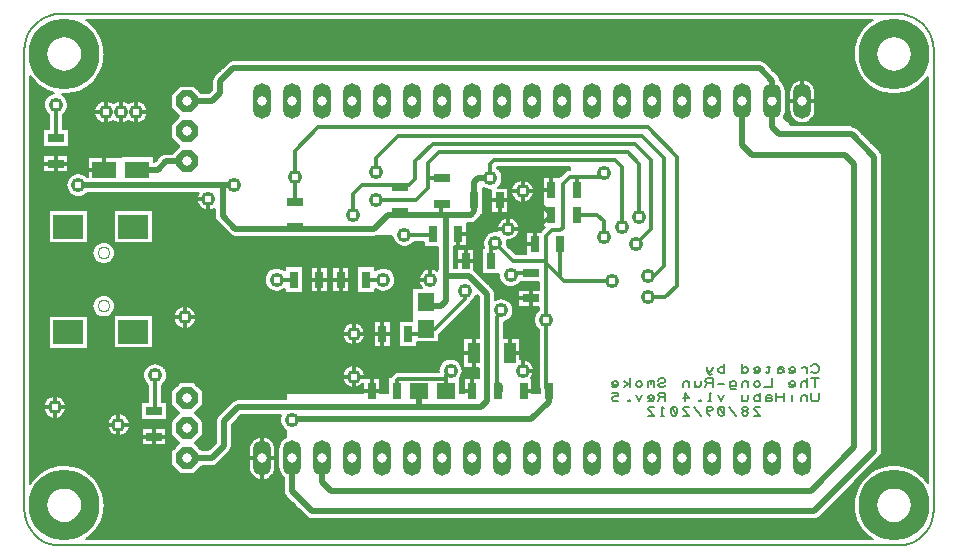
<source format=gbr>
%FSLAX23Y23*%
%MOIN*%
G04 EasyPC Gerber Version 15.0.4 Build 3016 *
%ADD96R,0.02756X0.05512*%
%ADD116R,0.03937X0.07090*%
%ADD16R,0.05500X0.06000*%
%AMT95*0 Octagon Pad at angle 0*4,1,8,-0.01549,-0.03740,0.01549,-0.03740,0.03740,-0.01549,0.03740,0.01549,0.01549,0.03740,-0.01549,0.03740,-0.03740,0.01549,-0.03740,-0.01549,-0.01549,-0.03740,0*1,0,0.03150,0,0*%
%ADD95T95*%
%ADD109O,0.05906X0.11811X0.03150*%
%ADD25R,0.05512X0.02756*%
%ADD74C,0.00500*%
%ADD12C,0.00787*%
%ADD92C,0.01181*%
%ADD115R,0.06000X0.05500*%
%ADD97R,0.08000X0.05500*%
%ADD19R,0.09843X0.07874*%
%ADD101C,0.01969*%
%ADD94C,0.04343X0.03543*%
%ADD99C,0.04800X0.02400*%
%ADD100C,0.04803X0.02402*%
%ADD93C,0.23622X0.11811*%
X0Y0D02*
D02*
D12*
X136Y26D02*
X2928D01*
X2946Y28*
X2964Y32*
X2981Y39*
X2997Y49*
X3011Y61*
X3023Y75*
X3033Y91*
X3040Y108*
X3044Y126*
X3046Y144*
Y1678*
X3044Y1696*
X3040Y1715*
X3033Y1732*
X3023Y1748*
X3011Y1763*
X2996Y1775*
X2980Y1785*
X2963Y1792*
X2945Y1796*
X2926Y1798*
X136*
X117Y1796*
X99Y1792*
X81Y1784*
X65Y1774*
X50Y1762*
X38Y1747*
X28Y1731*
X20Y1713*
X16Y1695*
X14Y1676*
Y148*
X16Y129*
X20Y110*
X28Y93*
X38Y76*
X50Y62*
X65Y49*
X81Y39*
X99Y32*
X117Y28*
X136Y26*
X2639Y605D02*
X2642Y603D01*
X2647Y600*
X2654*
X2659Y603*
X2661Y605*
X2664Y610*
Y620*
X2661Y625*
X2659Y627*
X2654Y630*
X2647*
X2642Y627*
X2639Y625*
X2625Y600D02*
Y620D01*
Y613D02*
X2622Y618D01*
X2617Y620*
X2612*
X2607Y618*
X2565Y603D02*
X2568Y600D01*
X2573*
X2578*
X2583Y603*
X2585Y608*
Y615*
X2583Y618*
X2578Y620*
X2573*
X2568Y618*
X2565Y615*
Y613*
X2568Y610*
X2573Y608*
X2578*
X2583Y610*
X2585Y613*
X2546Y618D02*
X2541Y620D01*
X2534*
X2529Y618*
X2526Y613*
Y605*
X2529Y603*
X2534Y600*
X2538*
X2543Y603*
X2546Y605*
Y608*
X2543Y610*
X2538Y613*
X2534*
X2529Y610*
X2526Y608*
Y605D02*
Y600D01*
X2502Y620D02*
X2492D01*
X2497Y625D02*
Y603D01*
X2494Y600*
X2492*
X2489Y603*
X2447D02*
X2450Y600D01*
X2455*
X2460*
X2465Y603*
X2467Y608*
Y615*
X2465Y618*
X2460Y620*
X2455*
X2450Y618*
X2447Y615*
Y613*
X2450Y610*
X2455Y608*
X2460*
X2465Y610*
X2467Y613*
X2408D02*
X2410Y618D01*
X2415Y620*
X2420*
X2425Y618*
X2428Y613*
Y608*
X2425Y603*
X2420Y600*
X2415*
X2410Y603*
X2408Y608*
Y600D02*
Y630D01*
X2349Y608D02*
X2346Y603D01*
X2342Y600*
X2337*
X2332Y603*
X2329Y608*
Y613*
X2332Y618*
X2337Y620*
X2342*
X2346Y618*
X2349Y613*
Y600D02*
Y630D01*
X2310Y620D02*
X2307Y610D01*
X2302Y605*
X2297*
X2292Y610*
X2290Y620*
X2292Y610D02*
X2295Y600D01*
X2297Y596*
X2302Y593*
X2307Y596*
X2652Y553D02*
Y583D01*
X2664D02*
X2639D01*
X2625Y553D02*
Y583D01*
Y565D02*
X2622Y570D01*
X2617Y573*
X2612*
X2607Y570*
X2605Y565*
Y553*
X2565Y556D02*
X2568Y553D01*
X2573*
X2578*
X2583Y556*
X2585Y561*
Y568*
X2583Y570*
X2578Y573*
X2573*
X2568Y570*
X2565Y568*
Y565*
X2568Y563*
X2573Y561*
X2578*
X2583Y563*
X2585Y565*
X2506Y583D02*
Y553D01*
X2482*
X2467Y561D02*
X2465Y556D01*
X2460Y553*
X2455*
X2450Y556*
X2447Y561*
Y565*
X2450Y570*
X2455Y573*
X2460*
X2465Y570*
X2467Y565*
Y561*
X2428Y553D02*
Y573D01*
Y565D02*
X2425Y570D01*
X2420Y573*
X2415*
X2410Y570*
X2408Y565*
Y553*
X2369Y565D02*
X2371Y570D01*
X2376Y573*
X2381*
X2386Y570*
X2388Y565*
Y563*
X2386Y558*
X2381Y556*
X2376*
X2371Y558*
X2369Y563*
Y573D02*
Y553D01*
X2371Y548*
X2376Y546*
X2383*
X2388Y548*
X2349Y563D02*
X2329D01*
X2310Y553D02*
Y583D01*
X2292*
X2287Y580*
X2285Y575*
X2287Y570*
X2292Y568*
X2310*
X2292D02*
X2285Y553D01*
X2270Y573D02*
Y561D01*
X2268Y556*
X2263Y553*
X2258*
X2253Y556*
X2251Y561*
Y573D02*
Y553D01*
X2231D02*
Y573D01*
Y565D02*
X2228Y570D01*
X2223Y573*
X2219*
X2214Y570*
X2211Y565*
Y553*
X2152Y561D02*
X2150Y556D01*
X2145Y553*
X2135*
X2130Y556*
X2128Y561*
X2130Y565*
X2135Y568*
X2145*
X2150Y570*
X2152Y575*
X2150Y580*
X2145Y583*
X2135*
X2130Y580*
X2128Y575*
X2113Y553D02*
Y573D01*
Y570D02*
X2110Y573D01*
X2105*
X2103Y570*
Y563*
Y570D02*
X2100Y573D01*
X2096*
X2093Y570*
Y553*
X2073Y561D02*
X2071Y556D01*
X2066Y553*
X2061*
X2056Y556*
X2054Y561*
Y565*
X2056Y570*
X2061Y573*
X2066*
X2071Y570*
X2073Y565*
Y561*
X2034Y553D02*
Y583D01*
Y563D02*
X2027D01*
X2014Y573*
X2027Y563D02*
X2014Y553D01*
X1975Y556D02*
X1977Y553D01*
X1982*
X1987*
X1992Y556*
X1995Y561*
Y568*
X1992Y570*
X1987Y573*
X1982*
X1977Y570*
X1975Y568*
Y565*
X1977Y563*
X1982Y561*
X1987*
X1992Y563*
X1995Y565*
X2664Y535D02*
Y513D01*
X2661Y508*
X2657Y506*
X2647*
X2642Y508*
X2639Y513*
Y535*
X2625Y506D02*
Y526D01*
Y518D02*
X2622Y523D01*
X2617Y526*
X2612*
X2607Y523*
X2605Y518*
Y506*
X2575D02*
Y526D01*
Y533D02*
X2546Y506*
Y535D01*
Y521D02*
X2521D01*
Y506D02*
Y535D01*
X2506Y523D02*
X2502Y526D01*
X2494*
X2489Y523*
X2487Y518*
Y511*
X2489Y508*
X2494Y506*
X2499*
X2504Y508*
X2506Y511*
Y513*
X2504Y516*
X2499Y518*
X2494*
X2489Y516*
X2487Y513*
Y511D02*
Y506D01*
X2467Y513D02*
X2465Y508D01*
X2460Y506*
X2455*
X2450Y508*
X2447Y513*
Y518*
X2450Y523*
X2455Y526*
X2460*
X2465Y523*
X2467Y518*
Y506D02*
Y535D01*
X2428Y526D02*
Y513D01*
X2425Y508*
X2420Y506*
X2415*
X2410Y508*
X2408Y513*
Y526D02*
Y506D01*
X2349Y526D02*
X2339Y506D01*
X2329Y526*
X2305Y506D02*
X2295D01*
X2300D02*
Y535D01*
X2305Y531*
X2268Y506D02*
X2265Y508D01*
X2268Y511*
X2270Y508*
X2268Y506*
X2219D02*
Y535D01*
X2231Y516*
X2211*
X2152Y506D02*
Y535D01*
X2135*
X2130Y533*
X2128Y528*
X2130Y523*
X2135Y521*
X2152*
X2135D02*
X2128Y506D01*
X2093Y508D02*
X2096Y506D01*
X2100*
X2105*
X2110Y508*
X2113Y513*
Y521*
X2110Y523*
X2105Y526*
X2100*
X2096Y523*
X2093Y521*
Y518*
X2096Y516*
X2100Y513*
X2105*
X2110Y516*
X2113Y518*
X2073Y526D02*
X2064Y506D01*
X2054Y526*
X2032Y506D02*
X2029Y508D01*
X2032Y511*
X2034Y508*
X2032Y506*
X1995Y508D02*
X1990Y506D01*
X1982*
X1977Y508*
X1975Y513*
Y516*
X1977Y521*
X1982Y523*
X1995*
Y535*
X1975*
X2447Y459D02*
X2467D01*
X2450Y476*
X2447Y481*
X2450Y486*
X2455Y488*
X2462*
X2467Y486*
X2420Y473D02*
X2415D01*
X2410Y476*
X2408Y481*
X2410Y486*
X2415Y488*
X2420*
X2425Y486*
X2428Y481*
X2425Y476*
X2420Y473*
X2425Y471*
X2428Y466*
X2425Y461*
X2420Y459*
X2415*
X2410Y461*
X2408Y466*
X2410Y471*
X2415Y473*
X2388Y459D02*
X2364Y488D01*
X2346Y461D02*
X2342Y459D01*
X2337*
X2332Y461*
X2329Y466*
Y481*
X2332Y486*
X2337Y488*
X2342*
X2346Y486*
X2349Y481*
Y466*
X2346Y461*
X2332Y486*
X2302Y459D02*
X2297Y461D01*
X2292Y466*
X2290Y473*
Y481*
X2292Y486*
X2297Y488*
X2302*
X2307Y486*
X2310Y481*
X2307Y476*
X2302Y473*
X2297*
X2292Y476*
X2290Y481*
X2270Y459D02*
X2246Y488D01*
X2211Y459D02*
X2231D01*
X2214Y476*
X2211Y481*
X2214Y486*
X2219Y488*
X2226*
X2231Y486*
X2189Y461D02*
X2184Y459D01*
X2179*
X2174Y461*
X2172Y466*
Y481*
X2174Y486*
X2179Y488*
X2184*
X2189Y486*
X2191Y481*
Y466*
X2189Y461*
X2174Y486*
X2147Y459D02*
X2137D01*
X2142D02*
Y488D01*
X2147Y483*
X2093Y459D02*
X2113D01*
X2096Y476*
X2093Y481*
X2096Y486*
X2100Y488*
X2108*
X2113Y486*
D02*
D16*
X1353Y749D03*
Y839D03*
D02*
D19*
X162Y736D03*
Y1088D03*
X379Y739D03*
Y1088D03*
D02*
D25*
X121Y1299D03*
Y1384D03*
X447Y389D03*
Y474D03*
X916Y1086D03*
Y1171D03*
X1266Y1137D03*
Y1222D03*
X1408Y1165D03*
Y1250D03*
X1703Y850D03*
Y935D03*
D02*
D74*
X35Y232D02*
X47Y248D01*
X61Y262*
X78Y274*
X96Y284*
X115Y290*
X135Y294*
X155Y294*
X176Y292*
X195Y286*
X214Y277*
X231Y266*
X246Y252*
X259Y237*
X269Y219*
X276Y200*
X281Y180*
X283Y160*
X281Y141*
X277Y122*
X270Y104*
X261Y87*
X249Y71*
X235Y58*
X220Y46*
X2843*
X2827Y58*
X2813Y71*
X2802Y87*
X2792Y104*
X2785Y122*
X2781Y141*
X2780Y160*
X2781Y180*
X2786Y200*
X2793Y218*
X2803Y236*
X2816Y251*
X2831Y265*
X2847Y276*
X2865Y285*
X2885Y291*
X2905Y294*
X2925Y294*
X2945Y291*
X2964Y285*
X2982Y276*
X2998Y265*
X3013Y251*
X3026Y235*
Y1589*
X3013Y1573*
X2998Y1559*
X2982Y1548*
X2964Y1539*
X2945Y1533*
X2925Y1530*
X2905Y1530*
X2885Y1533*
X2865Y1539*
X2847Y1547*
X2831Y1559*
X2816Y1572*
X2803Y1588*
X2793Y1606*
X2786Y1624*
X2781Y1644*
X2780Y1664*
X2781Y1683*
X2785Y1702*
X2792Y1720*
X2802Y1737*
X2813Y1753*
X2827Y1766*
X2843Y1778*
X220*
X236Y1766*
X250Y1752*
X261Y1736*
X271Y1719*
X278Y1700*
X281Y1681*
X283Y1662*
X281Y1642*
X276Y1623*
X269Y1605*
X259Y1588*
X246Y1572*
X232Y1559*
X216Y1548*
X198Y1539*
X179Y1533*
X160Y1530*
X140Y1530*
X149Y1524*
X155Y1516*
X159Y1506*
X161Y1496*
X160Y1486*
X156Y1476*
X151Y1468*
X143Y1461*
Y1414*
X164*
Y1354*
X77*
Y1414*
X98*
Y1461*
X90Y1468*
X85Y1477*
X81Y1487*
X80Y1497*
X82Y1508*
X87Y1517*
X94Y1525*
X103Y1531*
X113Y1534*
X94Y1541*
X77Y1550*
X61Y1562*
X46Y1576*
X35Y1592*
Y232*
X78Y487D02*
X80Y498D01*
X84Y507*
X92Y516*
X101Y522*
X111Y525*
X122*
X133Y522*
X142Y516*
X149Y507*
X153Y498*
X155Y487*
X153Y476*
X149Y466*
X142Y458*
X133Y452*
X122Y449*
X111*
X101Y452*
X92Y458*
X84Y466*
X80Y476*
X78Y487*
X162Y1270D02*
X79D01*
Y1327*
X162*
Y1270*
X226Y1201D02*
X218Y1194D01*
X208Y1189*
X198Y1187*
X187Y1188*
X177Y1191*
X168Y1198*
X161Y1206*
X157Y1216*
X155Y1227*
X157Y1238*
X161Y1248*
X168Y1256*
X177Y1262*
X187Y1266*
X198Y1267*
X208Y1265*
X218Y1260*
X226Y1253*
X228*
Y1320*
X336*
Y1323*
X448*
Y1305*
X449*
X468Y1324*
X474Y1328*
X480Y1331*
X487Y1332*
X508*
X532Y1356*
X504Y1383*
Y1428*
X532Y1456*
X504Y1483*
Y1528*
X535Y1559*
X580*
X607Y1533*
X629*
X642Y1545*
Y1573*
X643Y1580*
X645Y1586*
X649Y1592*
X693Y1635*
X698Y1639*
X704Y1642*
X711Y1643*
X2467*
X2474Y1642*
X2480Y1639*
X2486Y1635*
X2527Y1594*
X2531Y1589*
X2534Y1583*
X2535Y1576*
X2549Y1562*
Y1557*
X2553Y1547*
X2554Y1536*
Y1477*
X2553Y1466*
X2549Y1456*
Y1451*
X2573Y1428*
X2770*
X2776Y1422*
X2782Y1421*
X2788Y1419*
X2793Y1415*
X2867Y1340*
X2872Y1334*
X2874Y1328*
X2875Y1321*
Y342*
X2874Y335*
X2872Y329*
X2867Y323*
X2666Y122*
X2660Y118*
X2654Y115*
X2647Y114*
X975*
X968Y115*
X962Y118*
X956Y122*
X889Y189*
X885Y195*
X882Y201*
X881Y208*
Y250*
X873Y257*
X867Y266*
X863Y276*
X862Y287*
Y346*
X863Y357*
X866Y366*
X872Y375*
X879Y382*
X888Y388*
Y408*
X880Y415*
X873Y423*
X869Y433*
X868Y443*
X869Y452*
X872Y461*
X738*
X706Y429*
Y357*
X705Y350*
X702Y344*
X698Y338*
X659Y299*
X653Y295*
X647Y292*
X640Y291*
X607*
X580Y264*
X535*
X504Y295*
Y340*
X532Y367*
X504Y395*
Y440*
X532Y467*
X504Y495*
Y540*
X535Y571*
X580*
X611Y540*
Y495*
X584Y467*
X611Y440*
Y395*
X584Y367*
X607Y344*
X629*
X654Y368*
Y440*
X654Y446*
X657Y453*
X661Y458*
X708Y505*
X714Y509*
X720Y512*
X727Y513*
X888*
Y534*
X1145*
Y568*
X1137Y560*
X1128Y554*
X1118Y551*
X1107Y551*
X1096Y554*
X1087Y560*
X1080Y569*
X1076Y578*
X1074Y589*
X1076Y600*
X1080Y610*
X1088Y618*
X1097Y624*
X1107Y627*
X1118*
X1129Y624*
X1138Y618*
X1145Y610*
X1150Y600*
X1151Y589*
X1151Y584*
X1201*
Y534*
X1228*
Y586*
X1237*
X1242Y592*
X1247Y597*
X1251Y600*
X1257Y603*
X1262Y603*
X1396*
X1395Y609*
X1397Y619*
X1401Y629*
X1407Y637*
X1415Y644*
X1425Y648*
X1436Y649*
X1446Y648*
X1456Y644*
X1464Y637*
X1470Y629*
X1474Y619*
X1476Y609*
X1475Y600*
X1472Y592*
X1468Y585*
Y534*
X1480*
Y584*
X1531*
Y617*
X1479*
Y716*
X1531*
Y854*
X1523Y862*
X1519Y854*
X1514Y847*
X1507Y841*
X1505Y836*
X1502Y831*
X1402Y732*
X1397Y728*
Y703*
X1323*
Y687*
X1263*
Y775*
X1309*
Y793*
Y795*
Y885*
X1341*
X1335Y893*
X1332Y902*
X1330Y912*
X1332Y923*
X1336Y932*
X1343Y940*
X1352Y946*
X1362Y950*
X1373Y950*
X1383Y948*
X1392Y942*
X1394Y949*
Y1022*
X1347*
Y1039*
X1316*
X1308Y1031*
X1299Y1025*
X1289Y1022*
X1278Y1021*
X1267Y1024*
X1258Y1030*
X1250Y1037*
X1244Y1047*
X1242Y1058*
X1191*
X1185Y1056*
X1180Y1055*
X719*
X712Y1056*
X706Y1059*
X701Y1063*
X657Y1106*
X653Y1111*
X650Y1118*
X650Y1125*
Y1148*
X640Y1143*
X630Y1141*
X620Y1142*
X610Y1146*
X602Y1152*
X596Y1160*
X592Y1169*
X590Y1180*
X591Y1187*
X593Y1194*
X597Y1201*
X226*
X227Y680D02*
X96D01*
Y791*
X227*
Y680*
Y1033D02*
X96D01*
Y1144*
X227*
Y1033*
X242Y823D02*
X244Y834D01*
X248Y844*
X255Y852*
X264Y858*
X275Y861*
X285*
X296Y858*
X305Y852*
X312Y844*
X317Y834*
X318Y823*
X317Y813*
X312Y803*
X305Y795*
X296Y789*
X285Y786*
X275*
X264Y789*
X255Y795*
X248Y803*
X244Y813*
X242Y823*
Y1001D02*
X244Y1011D01*
X248Y1021*
X255Y1029*
X264Y1035*
X275Y1038*
X285*
X296Y1035*
X305Y1029*
X312Y1021*
X317Y1011*
X318Y1001*
X317Y990*
X312Y980*
X305Y972*
X296Y966*
X285Y963*
X275*
X264Y966*
X255Y972*
X248Y980*
X244Y990*
X242Y1001*
X291Y428D02*
X292Y438D01*
X297Y448*
X304Y457*
X313Y463*
X324Y466*
X335*
X345Y463*
X354Y457*
X362Y448*
X366Y438*
X368Y428*
X366Y417*
X362Y407*
X354Y399*
X345Y393*
X335Y390*
X324*
X313Y393*
X304Y399*
X297Y407*
X293Y417*
X291Y428*
X312Y1442D02*
X304Y1437D01*
X294Y1434*
X285Y1433*
X275Y1434*
X266Y1438*
X258Y1444*
X253Y1452*
X249Y1461*
X248Y1471*
X249Y1481*
X253Y1490*
X258Y1498*
X266Y1504*
X275Y1508*
X285Y1509*
X294Y1508*
X304Y1505*
X312Y1500*
X319Y1505*
X328Y1508*
X337Y1509*
X346Y1508*
X355Y1505*
X363Y1500*
X371Y1505*
X380Y1508*
X390Y1509*
X399Y1508*
X408Y1504*
X416Y1498*
X422Y1490*
X425Y1481*
X427Y1471*
X425Y1461*
X422Y1452*
X416Y1444*
X408Y1438*
X399Y1434*
X390Y1433*
X380Y1434*
X371Y1437*
X363Y1442*
X355Y1437*
X346Y1434*
X337Y1433*
X328Y1434*
X319Y1437*
X312Y1442*
X429Y504D02*
Y559D01*
X422Y566*
X416Y574*
X412Y583*
X411Y593*
X412Y603*
X416Y613*
X423Y622*
X431Y628*
X441Y632*
X451Y633*
X462Y632*
X471Y628*
X480Y622*
X486Y613*
X490Y603*
X492Y593*
X490Y583*
X487Y574*
X481Y566*
X474Y559*
Y504*
X491*
Y444*
X404*
Y504*
X429*
X444Y683D02*
X313D01*
Y794*
X444*
Y683*
Y1033D02*
X313D01*
Y1144*
X444*
Y1033*
X489Y361D02*
X406D01*
Y417*
X489*
Y361*
X511Y786D02*
X513Y797D01*
X518Y807*
X525Y815*
X534Y821*
X544Y824*
X555*
X566Y821*
X575Y815*
X582Y807*
X587Y797*
X588Y786*
X587Y775*
X582Y765*
X575Y757*
X566Y751*
X555Y748*
X544*
X534Y751*
X525Y757*
X518Y765*
X513Y775*
X511Y786*
X764Y287D02*
Y346D01*
X765Y358*
X770Y368*
X777Y377*
X786Y384*
X796Y389*
X808Y390*
X819Y389*
X830Y384*
X839Y377*
X846Y368*
X850Y358*
X851Y346*
Y287*
X850Y276*
X846Y265*
X839Y256*
X830Y249*
X819Y245*
X808Y243*
X796Y245*
X786Y249*
X777Y256*
X770Y265*
X765Y276*
X764Y287*
X883Y881D02*
X874Y876D01*
X865Y872*
X854Y872*
X845Y874*
X835Y878*
X828Y884*
X822Y892*
X818Y902*
X817Y912*
X818Y922*
X822Y931*
X828Y940*
X835Y946*
X845Y950*
X854Y952*
X865Y951*
X874Y948*
X883Y943*
Y956*
X943*
Y868*
X883*
Y881*
X1026Y954D02*
Y870D01*
X970*
Y954*
X1026*
X1042Y870D02*
Y954D01*
X1098*
Y870*
X1042*
X1074Y731D02*
X1076Y742D01*
X1080Y752*
X1088Y760*
X1097Y766*
X1107Y769*
X1118*
X1129Y766*
X1138Y760*
X1145Y752*
X1150Y742*
X1151Y731*
X1150Y720*
X1145Y710*
X1138Y702*
X1129Y696*
X1118Y693*
X1107*
X1097Y696*
X1088Y702*
X1080Y710*
X1076Y720*
X1074Y731*
X1180Y689D02*
Y773D01*
X1236*
Y689*
X1180*
X1185Y881D02*
Y868D01*
X1125*
Y956*
X1185*
Y943*
X1194Y948*
X1203Y951*
X1214Y952*
X1223Y950*
X1233Y946*
X1240Y940*
X1246Y931*
X1250Y922*
X1251Y912*
X1250Y902*
X1246Y892*
X1240Y884*
X1233Y878*
X1223Y874*
X1214Y872*
X1203Y872*
X1194Y876*
X1185Y881*
X2652Y1536D02*
Y1477D01*
X2651Y1466*
X2646Y1455*
X2639Y1446*
X2630Y1439*
X2620Y1435*
X2608Y1433*
X2597Y1435*
X2586Y1439*
X2577Y1446*
X2570Y1455*
X2566Y1466*
X2565Y1477*
Y1536*
X2566Y1547*
X2570Y1558*
X2577Y1567*
X2586Y1574*
X2597Y1578*
X2608Y1580*
X2620Y1578*
X2630Y1574*
X2639Y1567*
X2646Y1558*
X2651Y1547*
X2652Y1536*
X224Y49D02*
X2839D01*
X228Y52D02*
X2835D01*
X232Y55D02*
X2831D01*
X235Y58D02*
X2827D01*
X239Y61D02*
X2824D01*
X242Y64D02*
X2821D01*
X245Y67D02*
X2818D01*
X248Y70D02*
X2815D01*
X250Y73D02*
X2812D01*
X253Y76D02*
X2810D01*
X255Y79D02*
X2807D01*
X257Y82D02*
X2805D01*
X260Y85D02*
X2803D01*
X261Y88D02*
X2801D01*
X263Y91D02*
X2799D01*
X265Y94D02*
X2797D01*
X267Y97D02*
X2796D01*
X268Y100D02*
X2794D01*
X270Y103D02*
X2793D01*
X271Y106D02*
X2791D01*
X272Y109D02*
X2790D01*
X274Y112D02*
X2789D01*
X275Y115D02*
X970D01*
X2653D02*
X2788D01*
X276Y118D02*
X962D01*
X2661D02*
X2787D01*
X277Y121D02*
X958D01*
X2665D02*
X2786D01*
X278Y124D02*
X955D01*
X2668D02*
X2785D01*
X278Y127D02*
X952D01*
X2671D02*
X2784D01*
X279Y130D02*
X949D01*
X2674D02*
X2783D01*
X280Y133D02*
X946D01*
X2677D02*
X2783D01*
X280Y136D02*
X943D01*
X2680D02*
X2782D01*
X281Y139D02*
X940D01*
X2683D02*
X2782D01*
X281Y142D02*
X937D01*
X2686D02*
X2781D01*
X282Y145D02*
X934D01*
X2689D02*
X2781D01*
X282Y148D02*
X931D01*
X2692D02*
X2780D01*
X282Y151D02*
X928D01*
X2695D02*
X2780D01*
X282Y154D02*
X925D01*
X2698D02*
X2780D01*
X283Y157D02*
X922D01*
X2701D02*
X2780D01*
X283Y160D02*
X919D01*
X2704D02*
X2780D01*
X283Y163D02*
X916D01*
X2707D02*
X2780D01*
X282Y166D02*
X913D01*
X2710D02*
X2780D01*
X282Y169D02*
X910D01*
X2713D02*
X2780D01*
X282Y172D02*
X907D01*
X2716D02*
X2780D01*
X282Y175D02*
X904D01*
X2719D02*
X2781D01*
X281Y178D02*
X901D01*
X2722D02*
X2781D01*
X281Y181D02*
X898D01*
X2725D02*
X2782D01*
X280Y184D02*
X895D01*
X2728D02*
X2782D01*
X280Y187D02*
X892D01*
X2731D02*
X2783D01*
X279Y190D02*
X889D01*
X2734D02*
X2783D01*
X279Y193D02*
X886D01*
X2737D02*
X2784D01*
X278Y196D02*
X884D01*
X2740D02*
X2785D01*
X277Y199D02*
X883D01*
X2743D02*
X2786D01*
X276Y202D02*
X882D01*
X2746D02*
X2787D01*
X275Y205D02*
X882D01*
X2749D02*
X2788D01*
X274Y208D02*
X881D01*
X2752D02*
X2789D01*
X273Y211D02*
X881D01*
X2755D02*
X2790D01*
X271Y214D02*
X881D01*
X2758D02*
X2791D01*
X270Y217D02*
X881D01*
X2761D02*
X2792D01*
X269Y220D02*
X881D01*
X2764D02*
X2794D01*
X267Y223D02*
X881D01*
X2767D02*
X2795D01*
X265Y226D02*
X881D01*
X2770D02*
X2797D01*
X264Y229D02*
X881D01*
X2773D02*
X2799D01*
X262Y232D02*
X881D01*
X2776D02*
X2801D01*
X35Y235D02*
X36D01*
X260D02*
X881D01*
X2779D02*
X2803D01*
X35Y238D02*
X39D01*
X258D02*
X881D01*
X2782D02*
X2805D01*
X3024D02*
X3026D01*
X35Y241D02*
X41D01*
X256D02*
X881D01*
X2785D02*
X2807D01*
X3022D02*
X3026D01*
X35Y244D02*
X43D01*
X253D02*
X802D01*
X814D02*
X881D01*
X2788D02*
X2809D01*
X3019D02*
X3026D01*
X35Y247D02*
X46D01*
X251D02*
X791D01*
X825D02*
X881D01*
X2791D02*
X2812D01*
X3017D02*
X3026D01*
X35Y250D02*
X48D01*
X248D02*
X785D01*
X830D02*
X881D01*
X2794D02*
X2814D01*
X3014D02*
X3026D01*
X35Y253D02*
X51D01*
X245D02*
X780D01*
X835D02*
X877D01*
X2797D02*
X2817D01*
X3012D02*
X3026D01*
X35Y256D02*
X54D01*
X242D02*
X777D01*
X838D02*
X874D01*
X2800D02*
X2820D01*
X3009D02*
X3026D01*
X35Y259D02*
X57D01*
X239D02*
X774D01*
X841D02*
X872D01*
X2803D02*
X2823D01*
X3005D02*
X3026D01*
X35Y262D02*
X60D01*
X236D02*
X772D01*
X843D02*
X870D01*
X2806D02*
X2827D01*
X3002D02*
X3026D01*
X35Y265D02*
X64D01*
X232D02*
X534D01*
X581D02*
X770D01*
X845D02*
X868D01*
X2809D02*
X2830D01*
X2999D02*
X3026D01*
X35Y268D02*
X68D01*
X229D02*
X531D01*
X584D02*
X768D01*
X847D02*
X866D01*
X2812D02*
X2834D01*
X2995D02*
X3026D01*
X35Y271D02*
X72D01*
X224D02*
X528D01*
X587D02*
X767D01*
X848D02*
X865D01*
X2815D02*
X2838D01*
X2990D02*
X3026D01*
X35Y274D02*
X77D01*
X220D02*
X525D01*
X590D02*
X766D01*
X849D02*
X864D01*
X2818D02*
X2843D01*
X2986D02*
X3026D01*
X35Y277D02*
X82D01*
X215D02*
X522D01*
X593D02*
X765D01*
X850D02*
X863D01*
X2821D02*
X2848D01*
X2981D02*
X3026D01*
X35Y280D02*
X87D01*
X209D02*
X519D01*
X596D02*
X764D01*
X851D02*
X862D01*
X2824D02*
X2853D01*
X2975D02*
X3026D01*
X35Y283D02*
X93D01*
X203D02*
X516D01*
X599D02*
X764D01*
X851D02*
X862D01*
X2827D02*
X2860D01*
X2969D02*
X3026D01*
X35Y286D02*
X101D01*
X196D02*
X513D01*
X602D02*
X764D01*
X851D02*
X862D01*
X2830D02*
X2867D01*
X2962D02*
X3026D01*
X35Y289D02*
X110D01*
X187D02*
X510D01*
X605D02*
X764D01*
X851D02*
X862D01*
X2833D02*
X2876D01*
X2953D02*
X3026D01*
X35Y292D02*
X122D01*
X175D02*
X507D01*
X645D02*
X764D01*
X851D02*
X862D01*
X2836D02*
X2888D01*
X2941D02*
X3026D01*
X35Y295D02*
X504D01*
X653D02*
X764D01*
X851D02*
X862D01*
X2839D02*
X3026D01*
X35Y298D02*
X504D01*
X657D02*
X764D01*
X851D02*
X862D01*
X2842D02*
X3026D01*
X35Y301D02*
X504D01*
X660D02*
X764D01*
X851D02*
X862D01*
X2845D02*
X3026D01*
X35Y304D02*
X504D01*
X663D02*
X764D01*
X851D02*
X862D01*
X2848D02*
X3026D01*
X35Y307D02*
X504D01*
X666D02*
X764D01*
X851D02*
X862D01*
X2851D02*
X3026D01*
X35Y310D02*
X504D01*
X669D02*
X764D01*
X851D02*
X862D01*
X2854D02*
X3026D01*
X35Y313D02*
X504D01*
X672D02*
X764D01*
X851D02*
X862D01*
X2857D02*
X3026D01*
X35Y316D02*
X504D01*
X675D02*
X764D01*
X851D02*
X862D01*
X2860D02*
X3026D01*
X35Y319D02*
X504D01*
X678D02*
X764D01*
X851D02*
X862D01*
X2863D02*
X3026D01*
X35Y322D02*
X504D01*
X681D02*
X764D01*
X851D02*
X862D01*
X2866D02*
X3026D01*
X35Y325D02*
X504D01*
X684D02*
X764D01*
X851D02*
X862D01*
X2869D02*
X3026D01*
X35Y328D02*
X504D01*
X687D02*
X764D01*
X851D02*
X862D01*
X2871D02*
X3026D01*
X35Y331D02*
X504D01*
X690D02*
X764D01*
X851D02*
X862D01*
X2873D02*
X3026D01*
X35Y334D02*
X504D01*
X693D02*
X764D01*
X851D02*
X862D01*
X2874D02*
X3026D01*
X35Y337D02*
X504D01*
X696D02*
X764D01*
X851D02*
X862D01*
X2875D02*
X3026D01*
X35Y340D02*
X504D01*
X699D02*
X764D01*
X851D02*
X862D01*
X2875D02*
X3026D01*
X35Y343D02*
X507D01*
X702D02*
X764D01*
X851D02*
X862D01*
X2875D02*
X3026D01*
X35Y346D02*
X510D01*
X605D02*
X632D01*
X703D02*
X764D01*
X851D02*
X862D01*
X2875D02*
X3026D01*
X35Y349D02*
X513D01*
X602D02*
X635D01*
X704D02*
X764D01*
X851D02*
X862D01*
X2875D02*
X3026D01*
X35Y352D02*
X516D01*
X599D02*
X638D01*
X705D02*
X764D01*
X851D02*
X862D01*
X2875D02*
X3026D01*
X35Y355D02*
X519D01*
X596D02*
X641D01*
X706D02*
X765D01*
X851D02*
X863D01*
X2875D02*
X3026D01*
X35Y358D02*
X522D01*
X593D02*
X644D01*
X706D02*
X765D01*
X850D02*
X863D01*
X2875D02*
X3026D01*
X35Y361D02*
X525D01*
X590D02*
X647D01*
X706D02*
X766D01*
X849D02*
X864D01*
X2875D02*
X3026D01*
X35Y364D02*
X406D01*
X489D02*
X528D01*
X587D02*
X650D01*
X706D02*
X767D01*
X848D02*
X865D01*
X2875D02*
X3026D01*
X35Y367D02*
X406D01*
X489D02*
X531D01*
X584D02*
X653D01*
X706D02*
X769D01*
X846D02*
X867D01*
X2875D02*
X3026D01*
X35Y370D02*
X406D01*
X489D02*
X529D01*
X586D02*
X654D01*
X706D02*
X771D01*
X845D02*
X868D01*
X2875D02*
X3026D01*
X35Y373D02*
X406D01*
X489D02*
X526D01*
X589D02*
X654D01*
X706D02*
X773D01*
X843D02*
X870D01*
X2875D02*
X3026D01*
X35Y376D02*
X406D01*
X489D02*
X523D01*
X592D02*
X654D01*
X706D02*
X775D01*
X840D02*
X873D01*
X2875D02*
X3026D01*
X35Y379D02*
X406D01*
X489D02*
X520D01*
X595D02*
X654D01*
X706D02*
X778D01*
X837D02*
X875D01*
X2875D02*
X3026D01*
X35Y382D02*
X406D01*
X489D02*
X517D01*
X598D02*
X654D01*
X706D02*
X782D01*
X833D02*
X879D01*
X2875D02*
X3026D01*
X35Y385D02*
X406D01*
X489D02*
X514D01*
X601D02*
X654D01*
X706D02*
X787D01*
X829D02*
X883D01*
X2875D02*
X3026D01*
X35Y388D02*
X406D01*
X489D02*
X511D01*
X604D02*
X654D01*
X706D02*
X794D01*
X822D02*
X888D01*
X2875D02*
X3026D01*
X35Y391D02*
X319D01*
X339D02*
X406D01*
X489D02*
X508D01*
X607D02*
X654D01*
X706D02*
X888D01*
X2875D02*
X3026D01*
X35Y394D02*
X312D01*
X347D02*
X406D01*
X489D02*
X505D01*
X610D02*
X654D01*
X706D02*
X888D01*
X2875D02*
X3026D01*
X35Y397D02*
X307D01*
X352D02*
X406D01*
X489D02*
X504D01*
X611D02*
X654D01*
X706D02*
X888D01*
X2875D02*
X3026D01*
X35Y400D02*
X303D01*
X355D02*
X406D01*
X489D02*
X504D01*
X611D02*
X654D01*
X706D02*
X888D01*
X2875D02*
X3026D01*
X35Y403D02*
X300D01*
X358D02*
X406D01*
X489D02*
X504D01*
X611D02*
X654D01*
X706D02*
X888D01*
X2875D02*
X3026D01*
X35Y406D02*
X298D01*
X361D02*
X406D01*
X489D02*
X504D01*
X611D02*
X654D01*
X706D02*
X888D01*
X2875D02*
X3026D01*
X35Y409D02*
X296D01*
X363D02*
X406D01*
X489D02*
X504D01*
X611D02*
X654D01*
X706D02*
X888D01*
X2875D02*
X3026D01*
X35Y412D02*
X294D01*
X364D02*
X406D01*
X489D02*
X504D01*
X611D02*
X654D01*
X706D02*
X883D01*
X2875D02*
X3026D01*
X35Y415D02*
X293D01*
X365D02*
X406D01*
X489D02*
X504D01*
X611D02*
X654D01*
X706D02*
X880D01*
X2875D02*
X3026D01*
X35Y418D02*
X292D01*
X366D02*
X504D01*
X611D02*
X654D01*
X706D02*
X877D01*
X2875D02*
X3026D01*
X35Y421D02*
X292D01*
X367D02*
X504D01*
X611D02*
X654D01*
X706D02*
X875D01*
X2875D02*
X3026D01*
X35Y424D02*
X291D01*
X367D02*
X504D01*
X611D02*
X654D01*
X706D02*
X873D01*
X2875D02*
X3026D01*
X35Y427D02*
X291D01*
X368D02*
X504D01*
X611D02*
X654D01*
X706D02*
X871D01*
X2875D02*
X3026D01*
X35Y430D02*
X291D01*
X368D02*
X504D01*
X611D02*
X654D01*
X707D02*
X870D01*
X2875D02*
X3026D01*
X35Y433D02*
X291D01*
X367D02*
X504D01*
X611D02*
X654D01*
X710D02*
X869D01*
X2875D02*
X3026D01*
X35Y436D02*
X292D01*
X367D02*
X504D01*
X611D02*
X654D01*
X713D02*
X868D01*
X2875D02*
X3026D01*
X35Y439D02*
X293D01*
X366D02*
X504D01*
X611D02*
X654D01*
X716D02*
X868D01*
X2875D02*
X3026D01*
X35Y442D02*
X294D01*
X365D02*
X506D01*
X609D02*
X654D01*
X719D02*
X868D01*
X2875D02*
X3026D01*
X35Y445D02*
X295D01*
X364D02*
X404D01*
X491D02*
X509D01*
X606D02*
X654D01*
X722D02*
X868D01*
X2875D02*
X3026D01*
X35Y448D02*
X297D01*
X362D02*
X404D01*
X491D02*
X512D01*
X603D02*
X655D01*
X725D02*
X868D01*
X2875D02*
X3026D01*
X35Y451D02*
X104D01*
X130D02*
X299D01*
X360D02*
X404D01*
X491D02*
X515D01*
X600D02*
X656D01*
X728D02*
X868D01*
X2875D02*
X3026D01*
X35Y454D02*
X97D01*
X136D02*
X301D01*
X357D02*
X404D01*
X491D02*
X518D01*
X597D02*
X658D01*
X731D02*
X869D01*
X2875D02*
X3026D01*
X35Y457D02*
X93D01*
X140D02*
X304D01*
X354D02*
X404D01*
X491D02*
X521D01*
X594D02*
X660D01*
X734D02*
X870D01*
X2875D02*
X3026D01*
X35Y460D02*
X90D01*
X144D02*
X308D01*
X350D02*
X404D01*
X491D02*
X524D01*
X591D02*
X663D01*
X737D02*
X871D01*
X2875D02*
X3026D01*
X35Y463D02*
X87D01*
X147D02*
X314D01*
X345D02*
X404D01*
X491D02*
X527D01*
X588D02*
X666D01*
X2875D02*
X3026D01*
X35Y466D02*
X85D01*
X149D02*
X324D01*
X334D02*
X404D01*
X491D02*
X530D01*
X585D02*
X669D01*
X2875D02*
X3026D01*
X35Y469D02*
X83D01*
X150D02*
X404D01*
X491D02*
X530D01*
X585D02*
X672D01*
X2875D02*
X3026D01*
X35Y472D02*
X81D01*
X152D02*
X404D01*
X491D02*
X527D01*
X588D02*
X675D01*
X2875D02*
X3026D01*
X35Y475D02*
X80D01*
X153D02*
X404D01*
X491D02*
X524D01*
X591D02*
X678D01*
X2875D02*
X3026D01*
X35Y478D02*
X79D01*
X154D02*
X404D01*
X491D02*
X521D01*
X594D02*
X681D01*
X2875D02*
X3026D01*
X35Y481D02*
X79D01*
X155D02*
X404D01*
X491D02*
X518D01*
X597D02*
X684D01*
X2875D02*
X3026D01*
X35Y484D02*
X78D01*
X155D02*
X404D01*
X491D02*
X515D01*
X600D02*
X687D01*
X2875D02*
X3026D01*
X35Y487D02*
X78D01*
X155D02*
X404D01*
X491D02*
X512D01*
X603D02*
X690D01*
X2875D02*
X3026D01*
X35Y490D02*
X78D01*
X155D02*
X404D01*
X491D02*
X509D01*
X606D02*
X693D01*
X2875D02*
X3026D01*
X35Y493D02*
X79D01*
X155D02*
X404D01*
X491D02*
X506D01*
X609D02*
X696D01*
X2875D02*
X3026D01*
X35Y496D02*
X79D01*
X154D02*
X404D01*
X491D02*
X504D01*
X611D02*
X699D01*
X2875D02*
X3026D01*
X35Y499D02*
X80D01*
X153D02*
X404D01*
X491D02*
X504D01*
X611D02*
X702D01*
X2875D02*
X3026D01*
X35Y502D02*
X81D01*
X152D02*
X404D01*
X491D02*
X504D01*
X611D02*
X705D01*
X2875D02*
X3026D01*
X35Y505D02*
X83D01*
X151D02*
X429D01*
X474D02*
X504D01*
X611D02*
X708D01*
X2875D02*
X3026D01*
X35Y508D02*
X85D01*
X149D02*
X429D01*
X474D02*
X504D01*
X611D02*
X711D01*
X2875D02*
X3026D01*
X35Y511D02*
X87D01*
X147D02*
X429D01*
X474D02*
X504D01*
X611D02*
X717D01*
X2875D02*
X3026D01*
X35Y514D02*
X89D01*
X144D02*
X429D01*
X474D02*
X504D01*
X611D02*
X888D01*
X2875D02*
X3026D01*
X35Y517D02*
X93D01*
X141D02*
X429D01*
X474D02*
X504D01*
X611D02*
X888D01*
X2875D02*
X3026D01*
X35Y520D02*
X97D01*
X136D02*
X429D01*
X474D02*
X504D01*
X611D02*
X888D01*
X2875D02*
X3026D01*
X35Y523D02*
X103D01*
X130D02*
X429D01*
X474D02*
X504D01*
X611D02*
X888D01*
X2875D02*
X3026D01*
X35Y526D02*
X429D01*
X474D02*
X504D01*
X611D02*
X888D01*
X2875D02*
X3026D01*
X35Y529D02*
X429D01*
X474D02*
X504D01*
X611D02*
X888D01*
X2875D02*
X3026D01*
X35Y532D02*
X429D01*
X474D02*
X504D01*
X611D02*
X888D01*
X2875D02*
X3026D01*
X35Y535D02*
X429D01*
X474D02*
X504D01*
X611D02*
X1145D01*
X1201D02*
X1228D01*
X1468D02*
X1480D01*
X2875D02*
X3026D01*
X35Y538D02*
X429D01*
X474D02*
X504D01*
X611D02*
X1145D01*
X1201D02*
X1228D01*
X1468D02*
X1480D01*
X2875D02*
X3026D01*
X35Y541D02*
X429D01*
X474D02*
X505D01*
X610D02*
X1145D01*
X1201D02*
X1228D01*
X1468D02*
X1480D01*
X2875D02*
X3026D01*
X35Y544D02*
X429D01*
X474D02*
X508D01*
X607D02*
X1145D01*
X1201D02*
X1228D01*
X1468D02*
X1480D01*
X2875D02*
X3026D01*
X35Y547D02*
X429D01*
X474D02*
X511D01*
X604D02*
X1145D01*
X1201D02*
X1228D01*
X1468D02*
X1480D01*
X2875D02*
X3026D01*
X35Y550D02*
X429D01*
X474D02*
X514D01*
X601D02*
X1145D01*
X1201D02*
X1228D01*
X1468D02*
X1480D01*
X2875D02*
X3026D01*
X35Y553D02*
X429D01*
X474D02*
X517D01*
X598D02*
X1101D01*
X1125D02*
X1145D01*
X1201D02*
X1228D01*
X1468D02*
X1480D01*
X2875D02*
X3026D01*
X35Y556D02*
X429D01*
X474D02*
X520D01*
X595D02*
X1094D01*
X1132D02*
X1145D01*
X1201D02*
X1228D01*
X1468D02*
X1480D01*
X2875D02*
X3026D01*
X35Y559D02*
X429D01*
X474D02*
X523D01*
X592D02*
X1089D01*
X1136D02*
X1145D01*
X1201D02*
X1228D01*
X1468D02*
X1480D01*
X2875D02*
X3026D01*
X35Y562D02*
X426D01*
X477D02*
X526D01*
X589D02*
X1086D01*
X1140D02*
X1145D01*
X1201D02*
X1228D01*
X1468D02*
X1480D01*
X2875D02*
X3026D01*
X35Y565D02*
X423D01*
X480D02*
X529D01*
X586D02*
X1083D01*
X1142D02*
X1145D01*
X1201D02*
X1228D01*
X1468D02*
X1480D01*
X2875D02*
X3026D01*
X35Y568D02*
X420D01*
X483D02*
X532D01*
X583D02*
X1081D01*
X1201D02*
X1228D01*
X1468D02*
X1480D01*
X2875D02*
X3026D01*
X35Y571D02*
X418D01*
X485D02*
X535D01*
X580D02*
X1079D01*
X1201D02*
X1228D01*
X1468D02*
X1480D01*
X2875D02*
X3026D01*
X35Y574D02*
X416D01*
X487D02*
X1078D01*
X1201D02*
X1228D01*
X1468D02*
X1480D01*
X2875D02*
X3026D01*
X35Y577D02*
X414D01*
X488D02*
X1076D01*
X1201D02*
X1228D01*
X1468D02*
X1480D01*
X2875D02*
X3026D01*
X35Y580D02*
X413D01*
X489D02*
X1076D01*
X1201D02*
X1228D01*
X1468D02*
X1480D01*
X2875D02*
X3026D01*
X35Y583D02*
X412D01*
X490D02*
X1075D01*
X1201D02*
X1228D01*
X1468D02*
X1480D01*
X2875D02*
X3026D01*
X35Y586D02*
X412D01*
X491D02*
X1075D01*
X1151D02*
X1237D01*
X1469D02*
X1531D01*
X2875D02*
X3026D01*
X35Y589D02*
X411D01*
X491D02*
X1074D01*
X1151D02*
X1239D01*
X1471D02*
X1531D01*
X2875D02*
X3026D01*
X35Y592D02*
X411D01*
X492D02*
X1074D01*
X1151D02*
X1241D01*
X1472D02*
X1531D01*
X2875D02*
X3026D01*
X35Y595D02*
X411D01*
X492D02*
X1075D01*
X1151D02*
X1244D01*
X1473D02*
X1531D01*
X2875D02*
X3026D01*
X35Y598D02*
X411D01*
X491D02*
X1075D01*
X1150D02*
X1247D01*
X1474D02*
X1531D01*
X2875D02*
X3026D01*
X35Y601D02*
X412D01*
X491D02*
X1076D01*
X1149D02*
X1252D01*
X1475D02*
X1531D01*
X2875D02*
X3026D01*
X35Y604D02*
X412D01*
X490D02*
X1077D01*
X1148D02*
X1396D01*
X1476D02*
X1531D01*
X2875D02*
X3026D01*
X35Y607D02*
X413D01*
X489D02*
X1079D01*
X1147D02*
X1395D01*
X1476D02*
X1531D01*
X2875D02*
X3026D01*
X35Y610D02*
X415D01*
X488D02*
X1080D01*
X1145D02*
X1395D01*
X1476D02*
X1531D01*
X2875D02*
X3026D01*
X35Y613D02*
X416D01*
X486D02*
X1083D01*
X1143D02*
X1395D01*
X1476D02*
X1531D01*
X2875D02*
X3026D01*
X35Y616D02*
X418D01*
X485D02*
X1085D01*
X1140D02*
X1396D01*
X1475D02*
X1531D01*
X2875D02*
X3026D01*
X35Y619D02*
X420D01*
X482D02*
X1088D01*
X1137D02*
X1397D01*
X1475D02*
X1479D01*
X2875D02*
X3026D01*
X35Y622D02*
X423D01*
X480D02*
X1093D01*
X1133D02*
X1397D01*
X1474D02*
X1479D01*
X2875D02*
X3026D01*
X35Y625D02*
X426D01*
X476D02*
X1099D01*
X1127D02*
X1399D01*
X1473D02*
X1479D01*
X2875D02*
X3026D01*
X35Y628D02*
X431D01*
X472D02*
X1400D01*
X1471D02*
X1479D01*
X2875D02*
X3026D01*
X35Y631D02*
X437D01*
X466D02*
X1402D01*
X1469D02*
X1479D01*
X2875D02*
X3026D01*
X35Y634D02*
X1404D01*
X1467D02*
X1479D01*
X2875D02*
X3026D01*
X35Y637D02*
X1407D01*
X1465D02*
X1479D01*
X2875D02*
X3026D01*
X35Y640D02*
X1410D01*
X1461D02*
X1479D01*
X2875D02*
X3026D01*
X35Y643D02*
X1414D01*
X1457D02*
X1479D01*
X2875D02*
X3026D01*
X35Y646D02*
X1419D01*
X1452D02*
X1479D01*
X2875D02*
X3026D01*
X35Y649D02*
X1430D01*
X1441D02*
X1479D01*
X2875D02*
X3026D01*
X35Y652D02*
X1479D01*
X2875D02*
X3026D01*
X35Y655D02*
X1479D01*
X2875D02*
X3026D01*
X35Y658D02*
X1479D01*
X2875D02*
X3026D01*
X35Y661D02*
X1479D01*
X2875D02*
X3026D01*
X35Y664D02*
X1479D01*
X2875D02*
X3026D01*
X35Y667D02*
X1479D01*
X2875D02*
X3026D01*
X35Y670D02*
X1479D01*
X2875D02*
X3026D01*
X35Y673D02*
X1479D01*
X2875D02*
X3026D01*
X35Y676D02*
X1479D01*
X2875D02*
X3026D01*
X35Y679D02*
X1479D01*
X2875D02*
X3026D01*
X35Y682D02*
X96D01*
X227D02*
X1479D01*
X2875D02*
X3026D01*
X35Y685D02*
X96D01*
X227D02*
X313D01*
X444D02*
X1479D01*
X2875D02*
X3026D01*
X35Y688D02*
X96D01*
X227D02*
X313D01*
X444D02*
X1263D01*
X1323D02*
X1479D01*
X2875D02*
X3026D01*
X35Y691D02*
X96D01*
X227D02*
X313D01*
X444D02*
X1180D01*
X1236D02*
X1263D01*
X1323D02*
X1479D01*
X2875D02*
X3026D01*
X35Y694D02*
X96D01*
X227D02*
X313D01*
X444D02*
X1103D01*
X1122D02*
X1180D01*
X1236D02*
X1263D01*
X1323D02*
X1479D01*
X2875D02*
X3026D01*
X35Y697D02*
X96D01*
X227D02*
X313D01*
X444D02*
X1095D01*
X1130D02*
X1180D01*
X1236D02*
X1263D01*
X1323D02*
X1479D01*
X2875D02*
X3026D01*
X35Y700D02*
X96D01*
X227D02*
X313D01*
X444D02*
X1090D01*
X1135D02*
X1180D01*
X1236D02*
X1263D01*
X1323D02*
X1479D01*
X2875D02*
X3026D01*
X35Y703D02*
X96D01*
X227D02*
X313D01*
X444D02*
X1087D01*
X1139D02*
X1180D01*
X1236D02*
X1263D01*
X1397D02*
X1479D01*
X2875D02*
X3026D01*
X35Y706D02*
X96D01*
X227D02*
X313D01*
X444D02*
X1084D01*
X1142D02*
X1180D01*
X1236D02*
X1263D01*
X1397D02*
X1479D01*
X2875D02*
X3026D01*
X35Y709D02*
X96D01*
X227D02*
X313D01*
X444D02*
X1081D01*
X1144D02*
X1180D01*
X1236D02*
X1263D01*
X1397D02*
X1479D01*
X2875D02*
X3026D01*
X35Y712D02*
X96D01*
X227D02*
X313D01*
X444D02*
X1080D01*
X1146D02*
X1180D01*
X1236D02*
X1263D01*
X1397D02*
X1479D01*
X2875D02*
X3026D01*
X35Y715D02*
X96D01*
X227D02*
X313D01*
X444D02*
X1078D01*
X1148D02*
X1180D01*
X1236D02*
X1263D01*
X1397D02*
X1479D01*
X2875D02*
X3026D01*
X35Y718D02*
X96D01*
X227D02*
X313D01*
X444D02*
X1077D01*
X1149D02*
X1180D01*
X1236D02*
X1263D01*
X1397D02*
X1531D01*
X2875D02*
X3026D01*
X35Y721D02*
X96D01*
X227D02*
X313D01*
X444D02*
X1076D01*
X1150D02*
X1180D01*
X1236D02*
X1263D01*
X1397D02*
X1531D01*
X2875D02*
X3026D01*
X35Y724D02*
X96D01*
X227D02*
X313D01*
X444D02*
X1075D01*
X1150D02*
X1180D01*
X1236D02*
X1263D01*
X1397D02*
X1531D01*
X2875D02*
X3026D01*
X35Y727D02*
X96D01*
X227D02*
X313D01*
X444D02*
X1075D01*
X1151D02*
X1180D01*
X1236D02*
X1263D01*
X1397D02*
X1531D01*
X2875D02*
X3026D01*
X35Y730D02*
X96D01*
X227D02*
X313D01*
X444D02*
X1074D01*
X1151D02*
X1180D01*
X1236D02*
X1263D01*
X1399D02*
X1531D01*
X2875D02*
X3026D01*
X35Y733D02*
X96D01*
X227D02*
X313D01*
X444D02*
X1074D01*
X1151D02*
X1180D01*
X1236D02*
X1263D01*
X1403D02*
X1531D01*
X2875D02*
X3026D01*
X35Y736D02*
X96D01*
X227D02*
X313D01*
X444D02*
X1075D01*
X1151D02*
X1180D01*
X1236D02*
X1263D01*
X1406D02*
X1531D01*
X2875D02*
X3026D01*
X35Y739D02*
X96D01*
X227D02*
X313D01*
X444D02*
X1075D01*
X1150D02*
X1180D01*
X1236D02*
X1263D01*
X1409D02*
X1531D01*
X2875D02*
X3026D01*
X35Y742D02*
X96D01*
X227D02*
X313D01*
X444D02*
X1076D01*
X1149D02*
X1180D01*
X1236D02*
X1263D01*
X1412D02*
X1531D01*
X2875D02*
X3026D01*
X35Y745D02*
X96D01*
X227D02*
X313D01*
X444D02*
X1077D01*
X1148D02*
X1180D01*
X1236D02*
X1263D01*
X1415D02*
X1531D01*
X2875D02*
X3026D01*
X35Y748D02*
X96D01*
X227D02*
X313D01*
X444D02*
X547D01*
X552D02*
X1078D01*
X1147D02*
X1180D01*
X1236D02*
X1263D01*
X1418D02*
X1531D01*
X2875D02*
X3026D01*
X35Y751D02*
X96D01*
X227D02*
X313D01*
X444D02*
X535D01*
X565D02*
X1080D01*
X1146D02*
X1180D01*
X1236D02*
X1263D01*
X1421D02*
X1531D01*
X2875D02*
X3026D01*
X35Y754D02*
X96D01*
X227D02*
X313D01*
X444D02*
X529D01*
X570D02*
X1082D01*
X1143D02*
X1180D01*
X1236D02*
X1263D01*
X1424D02*
X1531D01*
X2875D02*
X3026D01*
X35Y757D02*
X96D01*
X227D02*
X313D01*
X444D02*
X525D01*
X575D02*
X1084D01*
X1141D02*
X1180D01*
X1236D02*
X1263D01*
X1427D02*
X1531D01*
X2875D02*
X3026D01*
X35Y760D02*
X96D01*
X227D02*
X313D01*
X444D02*
X522D01*
X578D02*
X1088D01*
X1138D02*
X1180D01*
X1236D02*
X1263D01*
X1430D02*
X1531D01*
X2875D02*
X3026D01*
X35Y763D02*
X96D01*
X227D02*
X313D01*
X444D02*
X519D01*
X580D02*
X1091D01*
X1134D02*
X1180D01*
X1236D02*
X1263D01*
X1433D02*
X1531D01*
X2875D02*
X3026D01*
X35Y766D02*
X96D01*
X227D02*
X313D01*
X444D02*
X517D01*
X582D02*
X1097D01*
X1129D02*
X1180D01*
X1236D02*
X1263D01*
X1436D02*
X1531D01*
X2875D02*
X3026D01*
X35Y769D02*
X96D01*
X227D02*
X313D01*
X444D02*
X516D01*
X584D02*
X1107D01*
X1119D02*
X1180D01*
X1236D02*
X1263D01*
X1439D02*
X1531D01*
X2875D02*
X3026D01*
X35Y772D02*
X96D01*
X227D02*
X313D01*
X444D02*
X514D01*
X585D02*
X1180D01*
X1236D02*
X1263D01*
X1442D02*
X1531D01*
X2875D02*
X3026D01*
X35Y775D02*
X96D01*
X227D02*
X313D01*
X444D02*
X513D01*
X586D02*
X1309D01*
X1445D02*
X1531D01*
X2875D02*
X3026D01*
X35Y778D02*
X96D01*
X227D02*
X313D01*
X444D02*
X512D01*
X587D02*
X1309D01*
X1448D02*
X1531D01*
X2875D02*
X3026D01*
X35Y781D02*
X96D01*
X227D02*
X313D01*
X444D02*
X512D01*
X588D02*
X1309D01*
X1451D02*
X1531D01*
X2875D02*
X3026D01*
X35Y784D02*
X96D01*
X227D02*
X313D01*
X444D02*
X511D01*
X588D02*
X1309D01*
X1454D02*
X1531D01*
X2875D02*
X3026D01*
X35Y787D02*
X96D01*
X227D02*
X270D01*
X290D02*
X313D01*
X444D02*
X511D01*
X588D02*
X1309D01*
X1457D02*
X1531D01*
X2875D02*
X3026D01*
X35Y790D02*
X96D01*
X227D02*
X262D01*
X298D02*
X313D01*
X444D02*
X512D01*
X588D02*
X1309D01*
X1460D02*
X1531D01*
X2875D02*
X3026D01*
X35Y793D02*
X258D01*
X303D02*
X313D01*
X444D02*
X512D01*
X587D02*
X1309D01*
X1463D02*
X1531D01*
X2875D02*
X3026D01*
X35Y796D02*
X254D01*
X306D02*
X513D01*
X587D02*
X1309D01*
X1466D02*
X1531D01*
X2875D02*
X3026D01*
X35Y799D02*
X251D01*
X309D02*
X514D01*
X586D02*
X1309D01*
X1469D02*
X1531D01*
X2875D02*
X3026D01*
X35Y802D02*
X249D01*
X311D02*
X515D01*
X585D02*
X1309D01*
X1472D02*
X1531D01*
X2875D02*
X3026D01*
X35Y805D02*
X247D01*
X313D02*
X516D01*
X583D02*
X1309D01*
X1475D02*
X1531D01*
X2875D02*
X3026D01*
X35Y808D02*
X245D01*
X315D02*
X518D01*
X581D02*
X1309D01*
X1478D02*
X1531D01*
X2875D02*
X3026D01*
X35Y811D02*
X244D01*
X316D02*
X520D01*
X579D02*
X1309D01*
X1481D02*
X1531D01*
X2875D02*
X3026D01*
X35Y814D02*
X243D01*
X317D02*
X523D01*
X576D02*
X1309D01*
X1484D02*
X1531D01*
X2875D02*
X3026D01*
X35Y817D02*
X243D01*
X317D02*
X527D01*
X573D02*
X1309D01*
X1487D02*
X1531D01*
X2875D02*
X3026D01*
X35Y820D02*
X242D01*
X318D02*
X532D01*
X568D02*
X1309D01*
X1490D02*
X1531D01*
X2875D02*
X3026D01*
X35Y823D02*
X242D01*
X318D02*
X539D01*
X561D02*
X1309D01*
X1493D02*
X1531D01*
X2875D02*
X3026D01*
X35Y826D02*
X242D01*
X318D02*
X1309D01*
X1496D02*
X1531D01*
X2875D02*
X3026D01*
X35Y829D02*
X242D01*
X318D02*
X1309D01*
X1499D02*
X1531D01*
X2875D02*
X3026D01*
X35Y832D02*
X243D01*
X317D02*
X1309D01*
X1502D02*
X1531D01*
X2875D02*
X3026D01*
X35Y835D02*
X244D01*
X316D02*
X1309D01*
X1504D02*
X1531D01*
X2875D02*
X3026D01*
X35Y838D02*
X245D01*
X315D02*
X1309D01*
X1506D02*
X1531D01*
X2875D02*
X3026D01*
X35Y841D02*
X246D01*
X314D02*
X1309D01*
X1507D02*
X1531D01*
X2875D02*
X3026D01*
X35Y844D02*
X248D01*
X312D02*
X1309D01*
X1511D02*
X1531D01*
X2875D02*
X3026D01*
X35Y847D02*
X250D01*
X310D02*
X1309D01*
X1514D02*
X1531D01*
X2875D02*
X3026D01*
X35Y850D02*
X253D01*
X307D02*
X1309D01*
X1516D02*
X1531D01*
X2875D02*
X3026D01*
X35Y853D02*
X256D01*
X304D02*
X1309D01*
X1519D02*
X1531D01*
X2875D02*
X3026D01*
X35Y856D02*
X260D01*
X300D02*
X1309D01*
X1520D02*
X1530D01*
X2875D02*
X3026D01*
X35Y859D02*
X266D01*
X294D02*
X1309D01*
X1522D02*
X1527D01*
X2875D02*
X3026D01*
X35Y862D02*
X1309D01*
X1523D02*
X1524D01*
X2875D02*
X3026D01*
X35Y865D02*
X1309D01*
X2875D02*
X3026D01*
X35Y868D02*
X1309D01*
X2875D02*
X3026D01*
X35Y871D02*
X883D01*
X943D02*
X970D01*
X1026D02*
X1042D01*
X1098D02*
X1125D01*
X1185D02*
X1309D01*
X2875D02*
X3026D01*
X35Y874D02*
X844D01*
X870D02*
X883D01*
X943D02*
X970D01*
X1026D02*
X1042D01*
X1098D02*
X1125D01*
X1185D02*
X1198D01*
X1224D02*
X1309D01*
X2875D02*
X3026D01*
X35Y877D02*
X837D01*
X876D02*
X883D01*
X943D02*
X970D01*
X1026D02*
X1042D01*
X1098D02*
X1125D01*
X1185D02*
X1192D01*
X1231D02*
X1309D01*
X2875D02*
X3026D01*
X35Y880D02*
X833D01*
X881D02*
X883D01*
X943D02*
X970D01*
X1026D02*
X1042D01*
X1098D02*
X1125D01*
X1185D02*
X1187D01*
X1235D02*
X1309D01*
X2875D02*
X3026D01*
X35Y883D02*
X829D01*
X943D02*
X970D01*
X1026D02*
X1042D01*
X1098D02*
X1125D01*
X1239D02*
X1309D01*
X2875D02*
X3026D01*
X35Y886D02*
X826D01*
X943D02*
X970D01*
X1026D02*
X1042D01*
X1098D02*
X1125D01*
X1242D02*
X1341D01*
X2875D02*
X3026D01*
X35Y889D02*
X824D01*
X943D02*
X970D01*
X1026D02*
X1042D01*
X1098D02*
X1125D01*
X1244D02*
X1338D01*
X2875D02*
X3026D01*
X35Y892D02*
X822D01*
X943D02*
X970D01*
X1026D02*
X1042D01*
X1098D02*
X1125D01*
X1246D02*
X1336D01*
X2875D02*
X3026D01*
X35Y895D02*
X820D01*
X943D02*
X970D01*
X1026D02*
X1042D01*
X1098D02*
X1125D01*
X1248D02*
X1334D01*
X2875D02*
X3026D01*
X35Y898D02*
X819D01*
X943D02*
X970D01*
X1026D02*
X1042D01*
X1098D02*
X1125D01*
X1249D02*
X1333D01*
X2875D02*
X3026D01*
X35Y901D02*
X818D01*
X943D02*
X970D01*
X1026D02*
X1042D01*
X1098D02*
X1125D01*
X1250D02*
X1332D01*
X2875D02*
X3026D01*
X35Y904D02*
X817D01*
X943D02*
X970D01*
X1026D02*
X1042D01*
X1098D02*
X1125D01*
X1251D02*
X1331D01*
X2875D02*
X3026D01*
X35Y907D02*
X817D01*
X943D02*
X970D01*
X1026D02*
X1042D01*
X1098D02*
X1125D01*
X1251D02*
X1331D01*
X2875D02*
X3026D01*
X35Y910D02*
X817D01*
X943D02*
X970D01*
X1026D02*
X1042D01*
X1098D02*
X1125D01*
X1251D02*
X1330D01*
X2875D02*
X3026D01*
X35Y913D02*
X817D01*
X943D02*
X970D01*
X1026D02*
X1042D01*
X1098D02*
X1125D01*
X1251D02*
X1330D01*
X2875D02*
X3026D01*
X35Y916D02*
X817D01*
X943D02*
X970D01*
X1026D02*
X1042D01*
X1098D02*
X1125D01*
X1251D02*
X1331D01*
X2875D02*
X3026D01*
X35Y919D02*
X817D01*
X943D02*
X970D01*
X1026D02*
X1042D01*
X1098D02*
X1125D01*
X1251D02*
X1331D01*
X2875D02*
X3026D01*
X35Y922D02*
X818D01*
X943D02*
X970D01*
X1026D02*
X1042D01*
X1098D02*
X1125D01*
X1250D02*
X1332D01*
X2875D02*
X3026D01*
X35Y925D02*
X819D01*
X943D02*
X970D01*
X1026D02*
X1042D01*
X1098D02*
X1125D01*
X1249D02*
X1333D01*
X2875D02*
X3026D01*
X35Y928D02*
X820D01*
X943D02*
X970D01*
X1026D02*
X1042D01*
X1098D02*
X1125D01*
X1248D02*
X1334D01*
X2875D02*
X3026D01*
X35Y931D02*
X821D01*
X943D02*
X970D01*
X1026D02*
X1042D01*
X1098D02*
X1125D01*
X1247D02*
X1335D01*
X2875D02*
X3026D01*
X35Y934D02*
X823D01*
X943D02*
X970D01*
X1026D02*
X1042D01*
X1098D02*
X1125D01*
X1245D02*
X1337D01*
X2875D02*
X3026D01*
X35Y937D02*
X825D01*
X943D02*
X970D01*
X1026D02*
X1042D01*
X1098D02*
X1125D01*
X1243D02*
X1339D01*
X2875D02*
X3026D01*
X35Y940D02*
X828D01*
X943D02*
X970D01*
X1026D02*
X1042D01*
X1098D02*
X1125D01*
X1240D02*
X1342D01*
X2875D02*
X3026D01*
X35Y943D02*
X831D01*
X943D02*
X970D01*
X1026D02*
X1042D01*
X1098D02*
X1125D01*
X1237D02*
X1346D01*
X1391D02*
X1392D01*
X2875D02*
X3026D01*
X35Y946D02*
X835D01*
X879D02*
X883D01*
X943D02*
X970D01*
X1026D02*
X1042D01*
X1098D02*
X1125D01*
X1185D02*
X1189D01*
X1233D02*
X1351D01*
X1387D02*
X1393D01*
X2875D02*
X3026D01*
X35Y949D02*
X840D01*
X873D02*
X883D01*
X943D02*
X970D01*
X1026D02*
X1042D01*
X1098D02*
X1125D01*
X1185D02*
X1195D01*
X1228D02*
X1358D01*
X1379D02*
X1394D01*
X2875D02*
X3026D01*
X35Y952D02*
X850D01*
X863D02*
X883D01*
X943D02*
X970D01*
X1026D02*
X1042D01*
X1098D02*
X1125D01*
X1185D02*
X1205D01*
X1218D02*
X1394D01*
X2875D02*
X3026D01*
X35Y955D02*
X883D01*
X943D02*
X1125D01*
X1185D02*
X1394D01*
X2875D02*
X3026D01*
X35Y958D02*
X1394D01*
X2875D02*
X3026D01*
X35Y961D02*
X1394D01*
X2875D02*
X3026D01*
X35Y964D02*
X271D01*
X289D02*
X1394D01*
X2875D02*
X3026D01*
X35Y967D02*
X263D01*
X297D02*
X1394D01*
X2875D02*
X3026D01*
X35Y970D02*
X258D01*
X302D02*
X1394D01*
X2875D02*
X3026D01*
X35Y973D02*
X254D01*
X306D02*
X1394D01*
X2875D02*
X3026D01*
X35Y976D02*
X251D01*
X309D02*
X1394D01*
X2875D02*
X3026D01*
X35Y979D02*
X249D01*
X311D02*
X1394D01*
X2875D02*
X3026D01*
X35Y982D02*
X247D01*
X313D02*
X1394D01*
X2875D02*
X3026D01*
X35Y985D02*
X246D01*
X315D02*
X1394D01*
X2875D02*
X3026D01*
X35Y988D02*
X244D01*
X316D02*
X1394D01*
X2875D02*
X3026D01*
X35Y991D02*
X243D01*
X317D02*
X1394D01*
X2875D02*
X3026D01*
X35Y994D02*
X243D01*
X317D02*
X1394D01*
X2875D02*
X3026D01*
X35Y997D02*
X242D01*
X318D02*
X1394D01*
X2875D02*
X3026D01*
X35Y1000D02*
X242D01*
X318D02*
X1394D01*
X2875D02*
X3026D01*
X35Y1003D02*
X242D01*
X318D02*
X1394D01*
X2875D02*
X3026D01*
X35Y1006D02*
X242D01*
X318D02*
X1394D01*
X2875D02*
X3026D01*
X35Y1009D02*
X243D01*
X317D02*
X1394D01*
X2875D02*
X3026D01*
X35Y1012D02*
X244D01*
X316D02*
X1394D01*
X2875D02*
X3026D01*
X35Y1015D02*
X245D01*
X315D02*
X1394D01*
X2875D02*
X3026D01*
X35Y1018D02*
X246D01*
X314D02*
X1394D01*
X2875D02*
X3026D01*
X35Y1021D02*
X248D01*
X312D02*
X1394D01*
X2875D02*
X3026D01*
X35Y1024D02*
X250D01*
X310D02*
X1268D01*
X1296D02*
X1347D01*
X2875D02*
X3026D01*
X35Y1027D02*
X253D01*
X308D02*
X1262D01*
X1302D02*
X1347D01*
X2875D02*
X3026D01*
X35Y1030D02*
X256D01*
X304D02*
X1257D01*
X1307D02*
X1347D01*
X2875D02*
X3026D01*
X35Y1033D02*
X96D01*
X227D02*
X260D01*
X300D02*
X313D01*
X444D02*
X1254D01*
X1310D02*
X1347D01*
X2875D02*
X3026D01*
X35Y1036D02*
X96D01*
X227D02*
X266D01*
X294D02*
X313D01*
X444D02*
X1251D01*
X1313D02*
X1347D01*
X2875D02*
X3026D01*
X35Y1039D02*
X96D01*
X227D02*
X313D01*
X444D02*
X1249D01*
X1315D02*
X1347D01*
X2875D02*
X3026D01*
X35Y1042D02*
X96D01*
X227D02*
X313D01*
X444D02*
X1247D01*
X2875D02*
X3026D01*
X35Y1045D02*
X96D01*
X227D02*
X313D01*
X444D02*
X1245D01*
X2875D02*
X3026D01*
X35Y1048D02*
X96D01*
X227D02*
X313D01*
X444D02*
X1244D01*
X2875D02*
X3026D01*
X35Y1051D02*
X96D01*
X227D02*
X313D01*
X444D02*
X1243D01*
X2875D02*
X3026D01*
X35Y1054D02*
X96D01*
X227D02*
X313D01*
X444D02*
X1243D01*
X2875D02*
X3026D01*
X35Y1057D02*
X96D01*
X227D02*
X313D01*
X444D02*
X710D01*
X1189D02*
X1242D01*
X2875D02*
X3026D01*
X35Y1060D02*
X96D01*
X227D02*
X313D01*
X444D02*
X704D01*
X2875D02*
X3026D01*
X35Y1063D02*
X96D01*
X227D02*
X313D01*
X444D02*
X701D01*
X2875D02*
X3026D01*
X35Y1066D02*
X96D01*
X227D02*
X313D01*
X444D02*
X698D01*
X2875D02*
X3026D01*
X35Y1069D02*
X96D01*
X227D02*
X313D01*
X444D02*
X695D01*
X2875D02*
X3026D01*
X35Y1072D02*
X96D01*
X227D02*
X313D01*
X444D02*
X692D01*
X2875D02*
X3026D01*
X35Y1075D02*
X96D01*
X227D02*
X313D01*
X444D02*
X689D01*
X2875D02*
X3026D01*
X35Y1078D02*
X96D01*
X227D02*
X313D01*
X444D02*
X686D01*
X2875D02*
X3026D01*
X35Y1081D02*
X96D01*
X227D02*
X313D01*
X444D02*
X683D01*
X2875D02*
X3026D01*
X35Y1084D02*
X96D01*
X227D02*
X313D01*
X444D02*
X680D01*
X2875D02*
X3026D01*
X35Y1087D02*
X96D01*
X227D02*
X313D01*
X444D02*
X677D01*
X2875D02*
X3026D01*
X35Y1090D02*
X96D01*
X227D02*
X313D01*
X444D02*
X674D01*
X2875D02*
X3026D01*
X35Y1093D02*
X96D01*
X227D02*
X313D01*
X444D02*
X671D01*
X2875D02*
X3026D01*
X35Y1096D02*
X96D01*
X227D02*
X313D01*
X444D02*
X668D01*
X2875D02*
X3026D01*
X35Y1099D02*
X96D01*
X227D02*
X313D01*
X444D02*
X665D01*
X2875D02*
X3026D01*
X35Y1102D02*
X96D01*
X227D02*
X313D01*
X444D02*
X662D01*
X2875D02*
X3026D01*
X35Y1105D02*
X96D01*
X227D02*
X313D01*
X444D02*
X659D01*
X2875D02*
X3026D01*
X35Y1108D02*
X96D01*
X227D02*
X313D01*
X444D02*
X656D01*
X2875D02*
X3026D01*
X35Y1111D02*
X96D01*
X227D02*
X313D01*
X444D02*
X654D01*
X2875D02*
X3026D01*
X35Y1114D02*
X96D01*
X227D02*
X313D01*
X444D02*
X652D01*
X2875D02*
X3026D01*
X35Y1117D02*
X96D01*
X227D02*
X313D01*
X444D02*
X651D01*
X2875D02*
X3026D01*
X35Y1120D02*
X96D01*
X227D02*
X313D01*
X444D02*
X650D01*
X2875D02*
X3026D01*
X35Y1123D02*
X96D01*
X227D02*
X313D01*
X444D02*
X650D01*
X2875D02*
X3026D01*
X35Y1126D02*
X96D01*
X227D02*
X313D01*
X444D02*
X650D01*
X2875D02*
X3026D01*
X35Y1129D02*
X96D01*
X227D02*
X313D01*
X444D02*
X650D01*
X2875D02*
X3026D01*
X35Y1132D02*
X96D01*
X227D02*
X313D01*
X444D02*
X650D01*
X2875D02*
X3026D01*
X35Y1135D02*
X96D01*
X227D02*
X313D01*
X444D02*
X650D01*
X2875D02*
X3026D01*
X35Y1138D02*
X96D01*
X227D02*
X313D01*
X444D02*
X650D01*
X2875D02*
X3026D01*
X35Y1141D02*
X96D01*
X227D02*
X313D01*
X444D02*
X650D01*
X2875D02*
X3026D01*
X35Y1144D02*
X96D01*
X227D02*
X313D01*
X444D02*
X615D01*
X642D02*
X650D01*
X2875D02*
X3026D01*
X35Y1147D02*
X609D01*
X648D02*
X650D01*
X2875D02*
X3026D01*
X35Y1150D02*
X605D01*
X2875D02*
X3026D01*
X35Y1153D02*
X601D01*
X2875D02*
X3026D01*
X35Y1156D02*
X599D01*
X2875D02*
X3026D01*
X35Y1159D02*
X596D01*
X2875D02*
X3026D01*
X35Y1162D02*
X595D01*
X2875D02*
X3026D01*
X35Y1165D02*
X593D01*
X2875D02*
X3026D01*
X35Y1168D02*
X592D01*
X2875D02*
X3026D01*
X35Y1171D02*
X591D01*
X2875D02*
X3026D01*
X35Y1174D02*
X591D01*
X2875D02*
X3026D01*
X35Y1177D02*
X590D01*
X2875D02*
X3026D01*
X35Y1180D02*
X590D01*
X2875D02*
X3026D01*
X35Y1183D02*
X590D01*
X2875D02*
X3026D01*
X35Y1186D02*
X591D01*
X2875D02*
X3026D01*
X35Y1189D02*
X183D01*
X208D02*
X591D01*
X2875D02*
X3026D01*
X35Y1192D02*
X176D01*
X215D02*
X592D01*
X2875D02*
X3026D01*
X35Y1195D02*
X171D01*
X220D02*
X593D01*
X2875D02*
X3026D01*
X35Y1198D02*
X168D01*
X223D02*
X595D01*
X2875D02*
X3026D01*
X35Y1201D02*
X165D01*
X226D02*
X596D01*
X2875D02*
X3026D01*
X35Y1204D02*
X162D01*
X2875D02*
X3026D01*
X35Y1207D02*
X161D01*
X2875D02*
X3026D01*
X35Y1210D02*
X159D01*
X2875D02*
X3026D01*
X35Y1213D02*
X158D01*
X2875D02*
X3026D01*
X35Y1216D02*
X157D01*
X2875D02*
X3026D01*
X35Y1219D02*
X156D01*
X2875D02*
X3026D01*
X35Y1222D02*
X155D01*
X2875D02*
X3026D01*
X35Y1225D02*
X155D01*
X2875D02*
X3026D01*
X35Y1228D02*
X155D01*
X2875D02*
X3026D01*
X35Y1231D02*
X155D01*
X2875D02*
X3026D01*
X35Y1234D02*
X156D01*
X2875D02*
X3026D01*
X35Y1237D02*
X156D01*
X2875D02*
X3026D01*
X35Y1240D02*
X157D01*
X2875D02*
X3026D01*
X35Y1243D02*
X158D01*
X2875D02*
X3026D01*
X35Y1246D02*
X160D01*
X2875D02*
X3026D01*
X35Y1249D02*
X162D01*
X2875D02*
X3026D01*
X35Y1252D02*
X164D01*
X2875D02*
X3026D01*
X35Y1255D02*
X166D01*
X225D02*
X228D01*
X2875D02*
X3026D01*
X35Y1258D02*
X169D01*
X221D02*
X228D01*
X2875D02*
X3026D01*
X35Y1261D02*
X174D01*
X217D02*
X228D01*
X2875D02*
X3026D01*
X35Y1264D02*
X179D01*
X212D02*
X228D01*
X2875D02*
X3026D01*
X35Y1267D02*
X189D01*
X202D02*
X228D01*
X2875D02*
X3026D01*
X35Y1270D02*
X228D01*
X2875D02*
X3026D01*
X35Y1273D02*
X79D01*
X162D02*
X228D01*
X2875D02*
X3026D01*
X35Y1276D02*
X79D01*
X162D02*
X228D01*
X2875D02*
X3026D01*
X35Y1279D02*
X79D01*
X162D02*
X228D01*
X2875D02*
X3026D01*
X35Y1282D02*
X79D01*
X162D02*
X228D01*
X2875D02*
X3026D01*
X35Y1285D02*
X79D01*
X162D02*
X228D01*
X2875D02*
X3026D01*
X35Y1288D02*
X79D01*
X162D02*
X228D01*
X2875D02*
X3026D01*
X35Y1291D02*
X79D01*
X162D02*
X228D01*
X2875D02*
X3026D01*
X35Y1294D02*
X79D01*
X162D02*
X228D01*
X2875D02*
X3026D01*
X35Y1297D02*
X79D01*
X162D02*
X228D01*
X2875D02*
X3026D01*
X35Y1300D02*
X79D01*
X162D02*
X228D01*
X2875D02*
X3026D01*
X35Y1303D02*
X79D01*
X162D02*
X228D01*
X2875D02*
X3026D01*
X35Y1306D02*
X79D01*
X162D02*
X228D01*
X448D02*
X450D01*
X2875D02*
X3026D01*
X35Y1309D02*
X79D01*
X162D02*
X228D01*
X448D02*
X453D01*
X2875D02*
X3026D01*
X35Y1312D02*
X79D01*
X162D02*
X228D01*
X448D02*
X456D01*
X2875D02*
X3026D01*
X35Y1315D02*
X79D01*
X162D02*
X228D01*
X448D02*
X459D01*
X2875D02*
X3026D01*
X35Y1318D02*
X79D01*
X162D02*
X228D01*
X448D02*
X462D01*
X2875D02*
X3026D01*
X35Y1321D02*
X79D01*
X162D02*
X336D01*
X448D02*
X465D01*
X2875D02*
X3026D01*
X35Y1324D02*
X79D01*
X162D02*
X468D01*
X2875D02*
X3026D01*
X35Y1327D02*
X471D01*
X2875D02*
X3026D01*
X35Y1330D02*
X477D01*
X2874D02*
X3026D01*
X35Y1333D02*
X509D01*
X2873D02*
X3026D01*
X35Y1336D02*
X512D01*
X2871D02*
X3026D01*
X35Y1339D02*
X515D01*
X2869D02*
X3026D01*
X35Y1342D02*
X518D01*
X2866D02*
X3026D01*
X35Y1345D02*
X521D01*
X2863D02*
X3026D01*
X35Y1348D02*
X524D01*
X2860D02*
X3026D01*
X35Y1351D02*
X527D01*
X2857D02*
X3026D01*
X35Y1354D02*
X77D01*
X164D02*
X530D01*
X2854D02*
X3026D01*
X35Y1357D02*
X77D01*
X164D02*
X531D01*
X2851D02*
X3026D01*
X35Y1360D02*
X77D01*
X164D02*
X528D01*
X2848D02*
X3026D01*
X35Y1363D02*
X77D01*
X164D02*
X525D01*
X2845D02*
X3026D01*
X35Y1366D02*
X77D01*
X164D02*
X522D01*
X2842D02*
X3026D01*
X35Y1369D02*
X77D01*
X164D02*
X519D01*
X2839D02*
X3026D01*
X35Y1372D02*
X77D01*
X164D02*
X516D01*
X2836D02*
X3026D01*
X35Y1375D02*
X77D01*
X164D02*
X513D01*
X2833D02*
X3026D01*
X35Y1378D02*
X77D01*
X164D02*
X510D01*
X2830D02*
X3026D01*
X35Y1381D02*
X77D01*
X164D02*
X507D01*
X2827D02*
X3026D01*
X35Y1384D02*
X77D01*
X164D02*
X504D01*
X2824D02*
X3026D01*
X35Y1387D02*
X77D01*
X164D02*
X504D01*
X2821D02*
X3026D01*
X35Y1390D02*
X77D01*
X164D02*
X504D01*
X2818D02*
X3026D01*
X35Y1393D02*
X77D01*
X164D02*
X504D01*
X2815D02*
X3026D01*
X35Y1396D02*
X77D01*
X164D02*
X504D01*
X2812D02*
X3026D01*
X35Y1399D02*
X77D01*
X164D02*
X504D01*
X2809D02*
X3026D01*
X35Y1402D02*
X77D01*
X164D02*
X504D01*
X2806D02*
X3026D01*
X35Y1405D02*
X77D01*
X164D02*
X504D01*
X2803D02*
X3026D01*
X35Y1408D02*
X77D01*
X164D02*
X504D01*
X2800D02*
X3026D01*
X35Y1411D02*
X77D01*
X164D02*
X504D01*
X2797D02*
X3026D01*
X35Y1414D02*
X98D01*
X143D02*
X504D01*
X2794D02*
X3026D01*
X35Y1417D02*
X98D01*
X143D02*
X504D01*
X2790D02*
X3026D01*
X35Y1420D02*
X98D01*
X143D02*
X504D01*
X2786D02*
X3026D01*
X35Y1423D02*
X98D01*
X143D02*
X504D01*
X2775D02*
X3026D01*
X35Y1426D02*
X98D01*
X143D02*
X504D01*
X2772D02*
X3026D01*
X35Y1429D02*
X98D01*
X143D02*
X505D01*
X2572D02*
X3026D01*
X35Y1432D02*
X98D01*
X143D02*
X508D01*
X2569D02*
X3026D01*
X35Y1435D02*
X98D01*
X143D02*
X274D01*
X298D02*
X325D01*
X349D02*
X376D01*
X401D02*
X511D01*
X2566D02*
X2596D01*
X2620D02*
X3026D01*
X35Y1438D02*
X98D01*
X143D02*
X267D01*
X305D02*
X318D01*
X356D02*
X369D01*
X407D02*
X514D01*
X2563D02*
X2589D01*
X2628D02*
X3026D01*
X35Y1441D02*
X98D01*
X143D02*
X263D01*
X309D02*
X314D01*
X361D02*
X365D01*
X412D02*
X517D01*
X2560D02*
X2584D01*
X2633D02*
X3026D01*
X35Y1444D02*
X98D01*
X143D02*
X259D01*
X415D02*
X520D01*
X2557D02*
X2580D01*
X2637D02*
X3026D01*
X35Y1447D02*
X98D01*
X143D02*
X256D01*
X418D02*
X523D01*
X2554D02*
X2577D01*
X2640D02*
X3026D01*
X35Y1450D02*
X98D01*
X143D02*
X254D01*
X420D02*
X526D01*
X2551D02*
X2574D01*
X2643D02*
X3026D01*
X35Y1453D02*
X98D01*
X143D02*
X252D01*
X422D02*
X529D01*
X2549D02*
X2572D01*
X2645D02*
X3026D01*
X35Y1456D02*
X98D01*
X143D02*
X251D01*
X423D02*
X532D01*
X2549D02*
X2570D01*
X2647D02*
X3026D01*
X35Y1459D02*
X98D01*
X143D02*
X250D01*
X425D02*
X529D01*
X2550D02*
X2569D01*
X2648D02*
X3026D01*
X35Y1462D02*
X97D01*
X144D02*
X249D01*
X425D02*
X526D01*
X2552D02*
X2567D01*
X2650D02*
X3026D01*
X35Y1465D02*
X94D01*
X148D02*
X248D01*
X426D02*
X523D01*
X2553D02*
X2566D01*
X2651D02*
X3026D01*
X35Y1468D02*
X91D01*
X151D02*
X248D01*
X426D02*
X520D01*
X2553D02*
X2566D01*
X2651D02*
X3026D01*
X35Y1471D02*
X88D01*
X153D02*
X248D01*
X427D02*
X517D01*
X2554D02*
X2565D01*
X2652D02*
X3026D01*
X35Y1474D02*
X86D01*
X155D02*
X248D01*
X427D02*
X514D01*
X2554D02*
X2565D01*
X2652D02*
X3026D01*
X35Y1477D02*
X85D01*
X157D02*
X248D01*
X426D02*
X511D01*
X2554D02*
X2565D01*
X2652D02*
X3026D01*
X35Y1480D02*
X83D01*
X158D02*
X249D01*
X426D02*
X508D01*
X2554D02*
X2565D01*
X2652D02*
X3026D01*
X35Y1483D02*
X82D01*
X159D02*
X249D01*
X425D02*
X505D01*
X2554D02*
X2565D01*
X2652D02*
X3026D01*
X35Y1486D02*
X81D01*
X160D02*
X251D01*
X424D02*
X504D01*
X2554D02*
X2565D01*
X2652D02*
X3026D01*
X35Y1489D02*
X81D01*
X160D02*
X252D01*
X422D02*
X504D01*
X2554D02*
X2565D01*
X2652D02*
X3026D01*
X35Y1492D02*
X80D01*
X161D02*
X254D01*
X421D02*
X504D01*
X2554D02*
X2565D01*
X2652D02*
X3026D01*
X35Y1495D02*
X80D01*
X161D02*
X256D01*
X418D02*
X504D01*
X2554D02*
X2565D01*
X2652D02*
X3026D01*
X35Y1498D02*
X80D01*
X161D02*
X259D01*
X416D02*
X504D01*
X2554D02*
X2565D01*
X2652D02*
X3026D01*
X35Y1501D02*
X81D01*
X160D02*
X262D01*
X310D02*
X313D01*
X361D02*
X364D01*
X413D02*
X504D01*
X2554D02*
X2565D01*
X2652D02*
X3026D01*
X35Y1504D02*
X81D01*
X160D02*
X266D01*
X306D02*
X317D01*
X357D02*
X368D01*
X408D02*
X504D01*
X2554D02*
X2565D01*
X2652D02*
X3026D01*
X35Y1507D02*
X82D01*
X159D02*
X272D01*
X300D02*
X323D01*
X351D02*
X374D01*
X402D02*
X504D01*
X2554D02*
X2565D01*
X2652D02*
X3026D01*
X35Y1510D02*
X83D01*
X158D02*
X504D01*
X2554D02*
X2565D01*
X2652D02*
X3026D01*
X35Y1513D02*
X85D01*
X157D02*
X504D01*
X2554D02*
X2565D01*
X2652D02*
X3026D01*
X35Y1516D02*
X86D01*
X155D02*
X504D01*
X2554D02*
X2565D01*
X2652D02*
X3026D01*
X35Y1519D02*
X88D01*
X153D02*
X504D01*
X2554D02*
X2565D01*
X2652D02*
X3026D01*
X35Y1522D02*
X91D01*
X150D02*
X504D01*
X2554D02*
X2565D01*
X2652D02*
X3026D01*
X35Y1525D02*
X94D01*
X147D02*
X504D01*
X2554D02*
X2565D01*
X2652D02*
X3026D01*
X35Y1528D02*
X98D01*
X144D02*
X504D01*
X2554D02*
X2565D01*
X2652D02*
X3026D01*
X35Y1531D02*
X103D01*
X166D02*
X507D01*
X2554D02*
X2565D01*
X2652D02*
X2896D01*
X2932D02*
X3026D01*
X35Y1534D02*
X111D01*
X181D02*
X510D01*
X605D02*
X631D01*
X2554D02*
X2565D01*
X2652D02*
X2881D01*
X2948D02*
X3026D01*
X35Y1537D02*
X105D01*
X192D02*
X513D01*
X602D02*
X634D01*
X2554D02*
X2565D01*
X2652D02*
X2871D01*
X2958D02*
X3026D01*
X35Y1540D02*
X97D01*
X200D02*
X516D01*
X599D02*
X637D01*
X2554D02*
X2565D01*
X2652D02*
X2863D01*
X2966D02*
X3026D01*
X35Y1543D02*
X90D01*
X206D02*
X519D01*
X596D02*
X640D01*
X2554D02*
X2565D01*
X2652D02*
X2856D01*
X2972D02*
X3026D01*
X35Y1546D02*
X84D01*
X212D02*
X522D01*
X593D02*
X642D01*
X2553D02*
X2566D01*
X2651D02*
X2850D01*
X2978D02*
X3026D01*
X35Y1549D02*
X79D01*
X217D02*
X525D01*
X590D02*
X642D01*
X2552D02*
X2566D01*
X2650D02*
X2845D01*
X2984D02*
X3026D01*
X35Y1552D02*
X74D01*
X222D02*
X528D01*
X587D02*
X642D01*
X2551D02*
X2567D01*
X2649D02*
X2840D01*
X2988D02*
X3026D01*
X35Y1555D02*
X70D01*
X227D02*
X531D01*
X584D02*
X642D01*
X2550D02*
X2569D01*
X2648D02*
X2836D01*
X2993D02*
X3026D01*
X35Y1558D02*
X66D01*
X231D02*
X534D01*
X581D02*
X642D01*
X2549D02*
X2570D01*
X2646D02*
X2832D01*
X2997D02*
X3026D01*
X35Y1561D02*
X62D01*
X234D02*
X642D01*
X2549D02*
X2572D01*
X2645D02*
X2828D01*
X3000D02*
X3026D01*
X35Y1564D02*
X59D01*
X238D02*
X642D01*
X2547D02*
X2574D01*
X2642D02*
X2825D01*
X3004D02*
X3026D01*
X35Y1567D02*
X55D01*
X241D02*
X642D01*
X2544D02*
X2577D01*
X2640D02*
X2822D01*
X3007D02*
X3026D01*
X35Y1570D02*
X52D01*
X244D02*
X642D01*
X2541D02*
X2580D01*
X2636D02*
X2818D01*
X3010D02*
X3026D01*
X35Y1573D02*
X49D01*
X247D02*
X642D01*
X2538D02*
X2585D01*
X2632D02*
X2816D01*
X3013D02*
X3026D01*
X35Y1576D02*
X47D01*
X250D02*
X642D01*
X2535D02*
X2590D01*
X2627D02*
X2813D01*
X3016D02*
X3026D01*
X35Y1579D02*
X44D01*
X252D02*
X642D01*
X2534D02*
X2599D01*
X2618D02*
X2810D01*
X3018D02*
X3026D01*
X35Y1582D02*
X42D01*
X254D02*
X643D01*
X2534D02*
X2808D01*
X3021D02*
X3026D01*
X35Y1585D02*
X40D01*
X257D02*
X644D01*
X2533D02*
X2806D01*
X3023D02*
X3026D01*
X35Y1588D02*
X37D01*
X259D02*
X646D01*
X2531D02*
X2804D01*
X3025D02*
X3026D01*
X35Y1591D02*
X35D01*
X261D02*
X648D01*
X2530D02*
X2802D01*
X263Y1594D02*
X651D01*
X2527D02*
X2800D01*
X265Y1597D02*
X654D01*
X2524D02*
X2798D01*
X266Y1600D02*
X657D01*
X2521D02*
X2796D01*
X268Y1603D02*
X660D01*
X2518D02*
X2795D01*
X269Y1606D02*
X663D01*
X2515D02*
X2793D01*
X271Y1609D02*
X666D01*
X2512D02*
X2792D01*
X272Y1612D02*
X669D01*
X2509D02*
X2790D01*
X273Y1615D02*
X672D01*
X2506D02*
X2789D01*
X274Y1618D02*
X675D01*
X2503D02*
X2788D01*
X275Y1621D02*
X678D01*
X2500D02*
X2787D01*
X276Y1624D02*
X681D01*
X2497D02*
X2786D01*
X277Y1627D02*
X684D01*
X2494D02*
X2785D01*
X278Y1630D02*
X687D01*
X2491D02*
X2784D01*
X279Y1633D02*
X690D01*
X2488D02*
X2784D01*
X280Y1636D02*
X693D01*
X2485D02*
X2783D01*
X280Y1639D02*
X697D01*
X2481D02*
X2782D01*
X281Y1642D02*
X704D01*
X2475D02*
X2782D01*
X281Y1645D02*
X2781D01*
X282Y1648D02*
X2781D01*
X282Y1651D02*
X2781D01*
X282Y1654D02*
X2780D01*
X282Y1657D02*
X2780D01*
X282Y1660D02*
X2780D01*
X283Y1663D02*
X2780D01*
X283Y1666D02*
X2780D01*
X282Y1669D02*
X2780D01*
X282Y1672D02*
X2780D01*
X282Y1675D02*
X2780D01*
X282Y1678D02*
X2781D01*
X282Y1681D02*
X2781D01*
X281Y1684D02*
X2781D01*
X281Y1687D02*
X2782D01*
X280Y1690D02*
X2782D01*
X279Y1693D02*
X2783D01*
X279Y1696D02*
X2784D01*
X278Y1699D02*
X2785D01*
X277Y1702D02*
X2785D01*
X276Y1705D02*
X2786D01*
X275Y1708D02*
X2787D01*
X274Y1711D02*
X2788D01*
X273Y1714D02*
X2789D01*
X272Y1717D02*
X2791D01*
X270Y1720D02*
X2792D01*
X269Y1723D02*
X2793D01*
X268Y1726D02*
X2795D01*
X266Y1729D02*
X2797D01*
X264Y1732D02*
X2798D01*
X262Y1735D02*
X2800D01*
X260Y1738D02*
X2802D01*
X258Y1741D02*
X2804D01*
X256Y1744D02*
X2806D01*
X254Y1747D02*
X2808D01*
X252Y1750D02*
X2811D01*
X249Y1753D02*
X2813D01*
X246Y1756D02*
X2816D01*
X243Y1759D02*
X2819D01*
X240Y1762D02*
X2822D01*
X237Y1765D02*
X2825D01*
X234Y1768D02*
X2829D01*
X230Y1771D02*
X2833D01*
X226Y1774D02*
X2837D01*
X221Y1777D02*
X2841D01*
X148Y219D02*
X135Y218D01*
X123Y213*
X111Y206*
X102Y197*
X95Y186*
X91Y173*
X89Y160*
X91Y147*
X95Y134*
X102Y123*
X111Y114*
X123Y107*
X135Y102*
X148Y101*
X161Y102*
X174Y107*
X185Y114*
X194Y123*
X201Y134*
X206Y147*
X207Y160*
X206Y173*
X201Y186*
X194Y197*
X185Y206*
X174Y213*
X161Y218*
X148Y219*
Y1723D02*
X135Y1721D01*
X123Y1717*
X111Y1710*
X102Y1701*
X95Y1690*
X91Y1677*
X89Y1664*
X91Y1651*
X95Y1638*
X102Y1627*
X111Y1618*
X123Y1611*
X135Y1606*
X148Y1605*
X161Y1606*
X174Y1611*
X185Y1618*
X194Y1627*
X201Y1638*
X206Y1651*
X207Y1664*
X206Y1677*
X201Y1690*
X194Y1701*
X185Y1710*
X174Y1717*
X161Y1721*
X148Y1723*
X1446Y950D02*
X1458D01*
Y1015*
X1514*
Y945*
X1517Y942*
X1576Y883*
X1580Y878*
X1583Y871*
X1584Y865*
Y844*
X1593Y848*
X1604Y850*
X1615Y849*
X1625Y845*
X1633Y838*
X1640Y830*
X1644Y820*
X1645Y810*
X1644Y799*
X1640Y789*
X1633Y781*
X1625Y775*
X1615Y771*
Y716*
X1667*
Y646*
X1677Y647*
X1688Y645*
X1697Y640*
X1705Y633*
X1711Y624*
X1714Y614*
X1714Y603*
X1711Y593*
X1705Y584*
X1708*
Y534*
X1735*
Y542*
X1733Y547*
X1732Y552*
Y744*
X1725Y751*
X1719Y759*
X1715Y768*
X1714Y778*
X1715Y788*
X1719Y797*
X1725Y805*
X1732Y812*
Y822*
X1661*
Y878*
X1732*
Y905*
X1669*
X1663Y897*
X1654Y892*
X1644Y888*
X1634Y887*
X1624Y889*
X1615Y893*
X1607Y900*
X1601Y908*
X1597Y918*
X1596Y928*
X1596Y930*
X1541*
Y1017*
X1549*
X1545Y1027*
X1545Y1038*
X1548Y1049*
X1553Y1058*
X1560Y1066*
X1570Y1071*
X1580Y1074*
X1591Y1074*
X1590Y1081*
X1592Y1092*
X1596Y1102*
X1603Y1110*
X1613Y1116*
X1623Y1119*
X1634*
X1644Y1116*
X1654Y1110*
X1661Y1102*
X1665Y1092*
X1667Y1081*
X1665Y1071*
X1661Y1061*
X1654Y1053*
X1645Y1047*
X1635Y1043*
X1624Y1043*
X1625Y1035*
X1625Y1026*
X1653Y997*
X1688*
Y1072*
X1736*
X1738Y1074*
X1750Y1087*
X1743*
Y1253*
X1798*
X1816Y1271*
X1821Y1275*
X1827Y1277*
X1833Y1278*
Y1287*
X1592*
Y1284*
X1600Y1277*
X1606Y1267*
X1609Y1257*
X1609Y1246*
X1607Y1235*
X1601Y1225*
X1593Y1218*
X1628*
Y1134*
X1572*
Y1210*
X1563Y1211*
X1553Y1214*
X1545Y1218*
Y1132*
X1541*
X1538Y1126*
X1534Y1121*
X1522Y1109*
X1516Y1105*
X1510Y1102*
X1503Y1101*
X1490*
Y1024*
X1446*
Y950*
X1637Y1207D02*
X1639Y1218D01*
X1643Y1228*
X1651Y1236*
X1660Y1242*
X1670Y1245*
X1681*
X1692Y1242*
X1701Y1236*
X1708Y1228*
X1713Y1218*
X1714Y1207*
X1713Y1196*
X1708Y1187*
X1701Y1178*
X1692Y1172*
X1681Y1169*
X1670*
X1660Y1172*
X1651Y1178*
X1643Y1187*
X1639Y1196*
X1637Y1207*
X1708Y536D02*
X1735D01*
X1708Y539D02*
X1735D01*
X1708Y542D02*
X1735D01*
X1708Y545D02*
X1733D01*
X1708Y548D02*
X1733D01*
X1708Y551D02*
X1732D01*
X1708Y554D02*
X1732D01*
X1708Y557D02*
X1732D01*
X1708Y560D02*
X1732D01*
X1708Y563D02*
X1732D01*
X1708Y566D02*
X1732D01*
X1708Y569D02*
X1732D01*
X1708Y572D02*
X1732D01*
X1708Y575D02*
X1732D01*
X1708Y578D02*
X1732D01*
X1708Y581D02*
X1732D01*
X1705Y584D02*
X1732D01*
X1707Y587D02*
X1732D01*
X1709Y590D02*
X1732D01*
X1711Y593D02*
X1732D01*
X1712Y596D02*
X1732D01*
X1713Y599D02*
X1732D01*
X1713Y602D02*
X1732D01*
X1714Y605D02*
X1732D01*
X1714Y608D02*
X1732D01*
X1714Y611D02*
X1732D01*
X1714Y614D02*
X1732D01*
X1713Y617D02*
X1732D01*
X1712Y620D02*
X1732D01*
X1711Y623D02*
X1732D01*
X1710Y626D02*
X1732D01*
X1708Y629D02*
X1732D01*
X1706Y632D02*
X1732D01*
X1704Y635D02*
X1732D01*
X1701Y638D02*
X1732D01*
X1697Y641D02*
X1732D01*
X1691Y644D02*
X1732D01*
X1667Y647D02*
X1671D01*
X1680D02*
X1732D01*
X1667Y650D02*
X1732D01*
X1667Y653D02*
X1732D01*
X1667Y656D02*
X1732D01*
X1667Y659D02*
X1732D01*
X1667Y662D02*
X1732D01*
X1667Y665D02*
X1732D01*
X1667Y668D02*
X1732D01*
X1667Y671D02*
X1732D01*
X1667Y674D02*
X1732D01*
X1667Y677D02*
X1732D01*
X1667Y680D02*
X1732D01*
X1667Y683D02*
X1732D01*
X1667Y686D02*
X1732D01*
X1667Y689D02*
X1732D01*
X1667Y692D02*
X1732D01*
X1667Y695D02*
X1732D01*
X1667Y698D02*
X1732D01*
X1667Y701D02*
X1732D01*
X1667Y704D02*
X1732D01*
X1667Y707D02*
X1732D01*
X1667Y710D02*
X1732D01*
X1667Y713D02*
X1732D01*
X1667Y716D02*
X1732D01*
X1615Y719D02*
X1732D01*
X1615Y722D02*
X1732D01*
X1615Y725D02*
X1732D01*
X1615Y728D02*
X1732D01*
X1615Y731D02*
X1732D01*
X1615Y734D02*
X1732D01*
X1615Y737D02*
X1732D01*
X1615Y740D02*
X1732D01*
X1615Y743D02*
X1732D01*
X1615Y746D02*
X1730D01*
X1615Y749D02*
X1727D01*
X1615Y752D02*
X1724D01*
X1615Y755D02*
X1722D01*
X1615Y758D02*
X1720D01*
X1615Y761D02*
X1718D01*
X1615Y764D02*
X1717D01*
X1615Y767D02*
X1716D01*
X1615Y770D02*
X1715D01*
X1621Y773D02*
X1715D01*
X1627Y776D02*
X1714D01*
X1631Y779D02*
X1714D01*
X1634Y782D02*
X1714D01*
X1637Y785D02*
X1715D01*
X1639Y788D02*
X1715D01*
X1641Y791D02*
X1716D01*
X1642Y794D02*
X1717D01*
X1643Y797D02*
X1719D01*
X1644Y800D02*
X1721D01*
X1645Y803D02*
X1723D01*
X1645Y806D02*
X1725D01*
X1645Y809D02*
X1729D01*
X1645Y812D02*
X1732D01*
X1645Y815D02*
X1732D01*
X1644Y818D02*
X1732D01*
X1644Y821D02*
X1732D01*
X1643Y824D02*
X1661D01*
X1641Y827D02*
X1661D01*
X1640Y830D02*
X1661D01*
X1638Y833D02*
X1661D01*
X1635Y836D02*
X1661D01*
X1633Y839D02*
X1661D01*
X1629Y842D02*
X1661D01*
X1584Y845D02*
X1585D01*
X1624D02*
X1661D01*
X1584Y848D02*
X1592D01*
X1617D02*
X1661D01*
X1584Y851D02*
X1661D01*
X1584Y854D02*
X1661D01*
X1584Y857D02*
X1661D01*
X1584Y860D02*
X1661D01*
X1584Y863D02*
X1661D01*
X1584Y866D02*
X1661D01*
X1583Y869D02*
X1661D01*
X1583Y872D02*
X1661D01*
X1582Y875D02*
X1661D01*
X1580Y878D02*
X1732D01*
X1578Y881D02*
X1732D01*
X1575Y884D02*
X1732D01*
X1572Y887D02*
X1732D01*
X1569Y890D02*
X1622D01*
X1650D02*
X1732D01*
X1566Y893D02*
X1616D01*
X1657D02*
X1732D01*
X1563Y896D02*
X1612D01*
X1661D02*
X1732D01*
X1560Y899D02*
X1608D01*
X1665D02*
X1732D01*
X1557Y902D02*
X1605D01*
X1667D02*
X1732D01*
X1554Y905D02*
X1603D01*
X1551Y908D02*
X1601D01*
X1548Y911D02*
X1600D01*
X1545Y914D02*
X1599D01*
X1542Y917D02*
X1598D01*
X1539Y920D02*
X1597D01*
X1536Y923D02*
X1596D01*
X1533Y926D02*
X1596D01*
X1530Y929D02*
X1596D01*
X1527Y932D02*
X1541D01*
X1524Y935D02*
X1541D01*
X1521Y938D02*
X1541D01*
X1518Y941D02*
X1541D01*
X1515Y944D02*
X1541D01*
X1514Y947D02*
X1541D01*
X1446Y950D02*
X1458D01*
X1514D02*
X1541D01*
X1446Y953D02*
X1458D01*
X1514D02*
X1541D01*
X1446Y956D02*
X1458D01*
X1514D02*
X1541D01*
X1446Y959D02*
X1458D01*
X1514D02*
X1541D01*
X1446Y962D02*
X1458D01*
X1514D02*
X1541D01*
X1446Y965D02*
X1458D01*
X1514D02*
X1541D01*
X1446Y968D02*
X1458D01*
X1514D02*
X1541D01*
X1446Y971D02*
X1458D01*
X1514D02*
X1541D01*
X1446Y974D02*
X1458D01*
X1514D02*
X1541D01*
X1446Y977D02*
X1458D01*
X1514D02*
X1541D01*
X1446Y980D02*
X1458D01*
X1514D02*
X1541D01*
X1446Y983D02*
X1458D01*
X1514D02*
X1541D01*
X1446Y986D02*
X1458D01*
X1514D02*
X1541D01*
X1446Y989D02*
X1458D01*
X1514D02*
X1541D01*
X1446Y992D02*
X1458D01*
X1514D02*
X1541D01*
X1446Y995D02*
X1458D01*
X1514D02*
X1541D01*
X1446Y998D02*
X1458D01*
X1514D02*
X1541D01*
X1653D02*
X1688D01*
X1446Y1001D02*
X1458D01*
X1514D02*
X1541D01*
X1650D02*
X1688D01*
X1446Y1004D02*
X1458D01*
X1514D02*
X1541D01*
X1647D02*
X1688D01*
X1446Y1007D02*
X1458D01*
X1514D02*
X1541D01*
X1644D02*
X1688D01*
X1446Y1010D02*
X1458D01*
X1514D02*
X1541D01*
X1641D02*
X1688D01*
X1446Y1013D02*
X1458D01*
X1514D02*
X1541D01*
X1638D02*
X1688D01*
X1446Y1016D02*
X1541D01*
X1635D02*
X1688D01*
X1446Y1019D02*
X1548D01*
X1632D02*
X1688D01*
X1446Y1022D02*
X1547D01*
X1629D02*
X1688D01*
X1490Y1025D02*
X1546D01*
X1626D02*
X1688D01*
X1490Y1028D02*
X1545D01*
X1625D02*
X1688D01*
X1490Y1031D02*
X1545D01*
X1625D02*
X1688D01*
X1490Y1034D02*
X1545D01*
X1625D02*
X1688D01*
X1490Y1037D02*
X1545D01*
X1625D02*
X1688D01*
X1490Y1040D02*
X1545D01*
X1625D02*
X1688D01*
X1490Y1043D02*
X1546D01*
X1624D02*
X1688D01*
X1490Y1046D02*
X1547D01*
X1643D02*
X1688D01*
X1490Y1049D02*
X1548D01*
X1649D02*
X1688D01*
X1490Y1052D02*
X1549D01*
X1653D02*
X1688D01*
X1490Y1055D02*
X1551D01*
X1656D02*
X1688D01*
X1490Y1058D02*
X1553D01*
X1659D02*
X1688D01*
X1490Y1061D02*
X1555D01*
X1661D02*
X1688D01*
X1490Y1064D02*
X1558D01*
X1663D02*
X1688D01*
X1490Y1067D02*
X1562D01*
X1664D02*
X1688D01*
X1490Y1070D02*
X1567D01*
X1665D02*
X1688D01*
X1490Y1073D02*
X1575D01*
X1666D02*
X1736D01*
X1490Y1076D02*
X1591D01*
X1666D02*
X1739D01*
X1490Y1079D02*
X1590D01*
X1667D02*
X1742D01*
X1490Y1082D02*
X1590D01*
X1667D02*
X1745D01*
X1490Y1085D02*
X1590D01*
X1667D02*
X1748D01*
X1490Y1088D02*
X1591D01*
X1666D02*
X1743D01*
X1490Y1091D02*
X1591D01*
X1666D02*
X1743D01*
X1490Y1094D02*
X1592D01*
X1665D02*
X1743D01*
X1490Y1097D02*
X1593D01*
X1663D02*
X1743D01*
X1490Y1100D02*
X1595D01*
X1662D02*
X1743D01*
X1513Y1103D02*
X1597D01*
X1660D02*
X1743D01*
X1519Y1106D02*
X1599D01*
X1658D02*
X1743D01*
X1522Y1109D02*
X1602D01*
X1655D02*
X1743D01*
X1525Y1112D02*
X1605D01*
X1652D02*
X1743D01*
X1528Y1115D02*
X1610D01*
X1647D02*
X1743D01*
X1531Y1118D02*
X1617D01*
X1640D02*
X1743D01*
X1534Y1121D02*
X1743D01*
X1537Y1124D02*
X1743D01*
X1539Y1127D02*
X1743D01*
X1540Y1130D02*
X1743D01*
X1545Y1133D02*
X1743D01*
X1545Y1136D02*
X1572D01*
X1628D02*
X1743D01*
X1545Y1139D02*
X1572D01*
X1628D02*
X1743D01*
X1545Y1142D02*
X1572D01*
X1628D02*
X1743D01*
X1545Y1145D02*
X1572D01*
X1628D02*
X1743D01*
X1545Y1148D02*
X1572D01*
X1628D02*
X1743D01*
X1545Y1151D02*
X1572D01*
X1628D02*
X1743D01*
X1545Y1154D02*
X1572D01*
X1628D02*
X1743D01*
X1545Y1157D02*
X1572D01*
X1628D02*
X1743D01*
X1545Y1160D02*
X1572D01*
X1628D02*
X1743D01*
X1545Y1163D02*
X1572D01*
X1628D02*
X1743D01*
X1545Y1166D02*
X1572D01*
X1628D02*
X1743D01*
X1545Y1169D02*
X1572D01*
X1628D02*
X1743D01*
X1545Y1172D02*
X1572D01*
X1628D02*
X1661D01*
X1691D02*
X1743D01*
X1545Y1175D02*
X1572D01*
X1628D02*
X1655D01*
X1696D02*
X1743D01*
X1545Y1178D02*
X1572D01*
X1628D02*
X1651D01*
X1700D02*
X1743D01*
X1545Y1181D02*
X1572D01*
X1628D02*
X1648D01*
X1704D02*
X1743D01*
X1545Y1184D02*
X1572D01*
X1628D02*
X1645D01*
X1706D02*
X1743D01*
X1545Y1187D02*
X1572D01*
X1628D02*
X1643D01*
X1708D02*
X1743D01*
X1545Y1190D02*
X1572D01*
X1628D02*
X1642D01*
X1710D02*
X1743D01*
X1545Y1193D02*
X1572D01*
X1628D02*
X1640D01*
X1711D02*
X1743D01*
X1545Y1196D02*
X1572D01*
X1628D02*
X1639D01*
X1712D02*
X1743D01*
X1545Y1199D02*
X1572D01*
X1628D02*
X1638D01*
X1713D02*
X1743D01*
X1545Y1202D02*
X1572D01*
X1628D02*
X1638D01*
X1714D02*
X1743D01*
X1545Y1205D02*
X1572D01*
X1628D02*
X1637D01*
X1714D02*
X1743D01*
X1545Y1208D02*
X1572D01*
X1628D02*
X1637D01*
X1714D02*
X1743D01*
X1545Y1211D02*
X1562D01*
X1628D02*
X1638D01*
X1714D02*
X1743D01*
X1545Y1214D02*
X1553D01*
X1628D02*
X1638D01*
X1713D02*
X1743D01*
X1545Y1217D02*
X1547D01*
X1628D02*
X1639D01*
X1713D02*
X1743D01*
X1596Y1220D02*
X1640D01*
X1712D02*
X1743D01*
X1599Y1223D02*
X1641D01*
X1711D02*
X1743D01*
X1601Y1226D02*
X1642D01*
X1709D02*
X1743D01*
X1603Y1229D02*
X1644D01*
X1707D02*
X1743D01*
X1605Y1232D02*
X1646D01*
X1705D02*
X1743D01*
X1607Y1235D02*
X1649D01*
X1702D02*
X1743D01*
X1608Y1238D02*
X1653D01*
X1699D02*
X1743D01*
X1609Y1241D02*
X1657D01*
X1694D02*
X1743D01*
X1609Y1244D02*
X1665D01*
X1687D02*
X1743D01*
X1610Y1247D02*
X1743D01*
X1610Y1250D02*
X1743D01*
X1610Y1253D02*
X1743D01*
X1609Y1256D02*
X1801D01*
X1609Y1259D02*
X1804D01*
X1608Y1262D02*
X1807D01*
X1607Y1265D02*
X1810D01*
X1606Y1268D02*
X1813D01*
X1604Y1271D02*
X1816D01*
X1602Y1274D02*
X1820D01*
X1600Y1277D02*
X1825D01*
X1597Y1280D02*
X1833D01*
X1593Y1283D02*
X1833D01*
X1592Y1286D02*
X1833D01*
X2914Y219D02*
X2901Y218D01*
X2889Y213*
X2877Y206*
X2868Y197*
X2861Y186*
X2857Y173*
X2855Y160*
X2857Y147*
X2861Y134*
X2868Y123*
X2877Y114*
X2889Y107*
X2901Y102*
X2914Y101*
X2927Y102*
X2940Y107*
X2951Y114*
X2960Y123*
X2968Y134*
X2972Y147*
X2973Y160*
X2972Y173*
X2968Y186*
X2960Y197*
X2951Y206*
X2940Y213*
X2927Y218*
X2914Y219*
Y1723D02*
X2901Y1721D01*
X2889Y1717*
X2877Y1710*
X2868Y1701*
X2861Y1690*
X2857Y1677*
X2855Y1664*
X2857Y1651*
X2861Y1638*
X2868Y1627*
X2877Y1618*
X2889Y1611*
X2901Y1606*
X2914Y1605*
X2927Y1606*
X2940Y1611*
X2951Y1618*
X2960Y1627*
X2968Y1638*
X2972Y1651*
X2973Y1664*
X2972Y1677*
X2968Y1690*
X2960Y1701*
X2951Y1710*
X2940Y1717*
X2927Y1721*
X2914Y1723*
D02*
D92*
X99Y487D02*
X75D01*
X99Y1299D02*
X75D01*
X117Y469D02*
Y445D01*
Y505D02*
Y528D01*
X121Y1291D02*
Y1267D01*
Y1306D02*
Y1330D01*
Y1477D02*
Y1384D01*
X135Y487D02*
X158D01*
X142Y1299D02*
X166D01*
X248Y1278D02*
X224D01*
X268Y1471D02*
X244D01*
X282Y1300D02*
Y1323D01*
X286Y1453D02*
Y1429D01*
Y1489D02*
Y1513D01*
X311Y428D02*
X288D01*
X329Y410D02*
Y386D01*
Y446D02*
Y469D01*
X337Y1453D02*
Y1429D01*
Y1489D02*
Y1513D01*
X347Y428D02*
X371D01*
X388Y1453D02*
Y1429D01*
Y1489D02*
Y1513D01*
X406Y1471D02*
X430D01*
X426Y389D02*
X402D01*
X447Y381D02*
Y358D01*
Y397D02*
Y421D01*
X451Y575D02*
Y478D01*
X447Y474*
X469Y389D02*
X493D01*
X532Y786D02*
X508D01*
X550Y768D02*
Y744D01*
Y804D02*
Y828D01*
X568Y786D02*
X591D01*
X610Y1180D02*
X587D01*
X628Y1162D02*
Y1138D01*
X784Y317D02*
X760D01*
X808Y264D02*
Y240D01*
Y370D02*
Y393D01*
X831Y317D02*
X855D01*
X913Y912D02*
X875D01*
X916Y1237D02*
Y1171D01*
X990Y912D02*
X966D01*
X998Y890D02*
Y867D01*
Y934D02*
Y957D01*
X1006Y912D02*
X1029D01*
X1062D02*
X1039D01*
X1070Y890D02*
Y867D01*
Y934D02*
Y957D01*
X1078Y912D02*
X1102D01*
X1095Y589D02*
X1071D01*
X1095Y731D02*
X1071D01*
X1113Y571D02*
Y547D01*
Y607D02*
Y631D01*
Y713D02*
Y689D01*
Y749D02*
Y773D01*
X1131Y589D02*
X1154D01*
X1131Y731D02*
X1154D01*
X1155Y912D02*
X1193D01*
X1165Y542D02*
X1141D01*
X1173Y564D02*
Y587D01*
X1180Y542D02*
X1204D01*
X1200Y731D02*
X1177D01*
X1208Y709D02*
Y686D01*
Y753D02*
Y776D01*
X1216Y731D02*
X1240D01*
X1258Y542D02*
Y576D01*
X1262Y581*
X1420*
X1293Y731D02*
X1335D01*
X1353Y749*
X1300Y1062D02*
X1373D01*
X1377Y1065*
X1332Y489D02*
X1329Y487D01*
X1298*
X1351Y912D02*
X1327D01*
X1353Y749D02*
X1385D01*
X1485Y848*
Y856*
X1361Y1251D02*
Y1219D01*
X1320Y1178*
X1205*
X1366Y825D02*
X1353Y839D01*
X1369Y930D02*
Y954D01*
X1408Y1165D02*
X1404D01*
Y1128*
X1408Y1250D02*
X1362D01*
X1361Y1251*
X1420Y581D02*
Y593D01*
X1423Y596*
X1422Y542D02*
Y580D01*
X1420Y581*
X1462Y1044D02*
Y1020D01*
X1470Y1065D02*
X1494D01*
X1478Y973D02*
X1454D01*
X1486Y995D02*
Y1019D01*
X1494Y973D02*
X1517D01*
X1499Y666D02*
X1475D01*
X1500Y542D02*
X1477D01*
X1508Y564D02*
Y587D01*
X1513Y637D02*
Y613D01*
Y696D02*
Y719D01*
X1514Y1187D02*
X1515Y1186D01*
Y1176*
X1571Y973D02*
Y1020D01*
X1573Y1021*
X1592Y1176D02*
X1569D01*
X1593Y542D02*
X1605D01*
Y557*
X1591Y570*
Y786*
X1596Y794*
X1598Y1021D02*
X1644Y975D01*
X1747*
X1600Y1154D02*
Y1130D01*
X1608Y1176D02*
X1632D01*
X1610Y1081D02*
X1587D01*
X1628Y1099D02*
Y1123D01*
X1633Y696D02*
Y719D01*
X1646Y666D02*
X1670D01*
X1647Y1081D02*
X1670D01*
X1653Y935D02*
X1703D01*
X1658Y1207D02*
X1634D01*
X1676Y627D02*
Y651D01*
Y1189D02*
Y1165D01*
Y1225D02*
Y1249D01*
X1682Y850D02*
X1658D01*
X1688Y542D02*
X1711D01*
X1694Y609D02*
X1717D01*
X1694Y1207D02*
X1717D01*
X1703Y842D02*
Y818D01*
Y858D02*
Y881D01*
X1708Y1030D02*
X1684D01*
X1716Y1052D02*
Y1075D01*
X1747Y975D02*
X1754Y967D01*
Y1058*
X1774Y1077*
X1802*
X1810Y1085*
Y1231*
X1833Y1254*
X1853*
X1754Y760D02*
Y552D01*
X1765Y542*
X1754Y796D02*
Y967D01*
X1747Y975*
X1761Y1119D02*
X1740Y1097D01*
X1761Y1138D02*
X1740Y1160D01*
X1763Y1211D02*
X1740D01*
X1771Y1233D02*
Y1256D01*
X1801Y1030D02*
Y921D01*
X1802Y920*
X1747Y975*
X1853Y1254D02*
X1932D01*
X1933Y1256*
X1856Y1211D02*
Y1251D01*
X1853Y1254*
X1947Y1072D02*
Y1106D01*
X1925Y1128*
X1856*
X1957Y908D02*
X1814D01*
X1802Y920*
X2006Y1107D02*
Y1286D01*
X1983Y1310*
X1581*
X1569Y1298*
Y1268*
X2065Y1139D02*
Y1298D01*
X2026Y1337*
X1396*
X1361Y1302*
Y1251*
X2066Y1043D02*
X2105Y1081D01*
Y1310*
X2050Y1365*
X1377*
X1317Y1306*
Y1247*
X1298Y1227*
X1140*
X1111Y1198*
Y1146*
X2111Y922D02*
X2148Y959D01*
Y1317*
X2073Y1392*
X1262*
X1188Y1317*
Y1288*
X2111Y853D02*
X2152D01*
X2191Y892*
Y1321*
X2093Y1420*
X995*
X916Y1341*
Y1272*
X2585Y1506D02*
X2561D01*
X2608Y1560D02*
Y1583D01*
X2632Y1506D02*
X2656D01*
D02*
D93*
X148Y160D03*
Y1664D03*
X2914Y160D03*
Y1664D03*
D02*
D94*
X280Y823D03*
Y1001D03*
D02*
D95*
X558Y417D03*
Y1406D03*
X558Y317D03*
Y517D03*
Y1306D03*
Y1506D03*
D02*
D96*
X913Y912D03*
X998D03*
X1070D03*
X1155D03*
X1173Y542D03*
X1208Y731D03*
X1258Y542D03*
X1293Y731D03*
X1377Y1065D03*
X1462D03*
X1486Y973D03*
X1508Y542D03*
X1515Y1176D03*
X1571Y973D03*
X1593Y542D03*
X1600Y1176D03*
X1680Y542D03*
X1716Y1030D03*
X1765Y542D03*
X1771Y1128D03*
Y1211D03*
X1801Y1030D03*
X1856Y1128D03*
Y1211D03*
D02*
D97*
X282Y1278D03*
X392Y1279D03*
D02*
D99*
X121Y1495D03*
X195Y1227D03*
X286Y1471D03*
X337D03*
X388D03*
X451Y593D03*
X857Y912D03*
X908Y443D03*
X1211Y912D03*
X1754Y778D03*
D02*
D100*
X117Y487D03*
X329Y428D03*
X550Y786D03*
X628Y1180D03*
X715Y1227D03*
X916Y1254D03*
X1111Y1128D03*
X1113Y589D03*
Y731D03*
X1188Y1178D03*
Y1270D03*
X1282Y1062D03*
X1369Y912D03*
X1436Y609D03*
X1484Y874D03*
X1569Y1251D03*
X1585Y1034D03*
X1605Y810D03*
X1628Y1081D03*
X1636Y928D03*
X1676Y609D03*
Y1207D03*
X1947Y1054D03*
Y1266D03*
X1975Y908D03*
X2006Y1089D03*
X2054Y1030D03*
X2065Y1121D03*
X2093Y853D03*
Y924D03*
D02*
D101*
X392Y1279D02*
X460D01*
X487Y1306*
X532*
X676Y1227D02*
Y1125D01*
X719Y1081*
X1180*
X1227Y1128*
X1404*
X676Y1227D02*
X217D01*
X693D02*
X676D01*
X908Y291D02*
Y208D01*
X975Y140*
X2647*
X2849Y342*
Y1321*
X2774Y1396*
X2530*
X2506Y1420*
Y1481*
X926Y446D02*
X1705D01*
X1763Y503*
Y540*
X1765Y542*
X1298Y487D02*
X1538D01*
X1558Y506*
Y865*
X1499Y924*
X1420*
Y940*
X1298Y487D02*
X727D01*
X680Y440*
Y357*
X640Y317*
X583*
X1332Y542D02*
Y489D01*
X1404Y1128D02*
X1424D01*
X1420Y940D02*
Y841D01*
X1404Y825*
X1366*
X1424Y1128D02*
X1420Y1125D01*
Y940*
X1424Y1128D02*
X1503D01*
X1514Y1140*
Y1176*
X1515*
X1548Y1251D02*
X1526D01*
X1514Y1239*
Y1187*
X2408Y1481D02*
Y1360D01*
X2440Y1329*
X2751*
X2782Y1298*
Y353*
X2636Y207*
X1038*
X1006Y239*
Y291*
X2508Y1532D02*
Y1575D01*
X2467Y1617*
X711*
X668Y1573*
Y1534*
X640Y1506*
X583*
D02*
D109*
X808Y317D03*
X808Y1506D03*
X908Y317D03*
X908Y1506D03*
X1008Y317D03*
X1008Y1506D03*
X1108Y317D03*
X1108Y1506D03*
X1208Y317D03*
X1208Y1506D03*
X1308Y317D03*
X1308Y1506D03*
X1408Y317D03*
X1408Y1506D03*
X1508Y317D03*
X1508Y1506D03*
X1608Y317D03*
X1608Y1506D03*
X1708Y317D03*
X1708Y1506D03*
X1808Y317D03*
X1808Y1506D03*
X1908Y317D03*
X1908Y1506D03*
X2008Y317D03*
X2008Y1506D03*
X2108Y317D03*
X2108Y1506D03*
X2208Y317D03*
X2208Y1506D03*
X2308Y317D03*
X2308Y1506D03*
X2408Y317D03*
X2408Y1506D03*
X2508Y317D03*
X2508Y1506D03*
X2608Y317D03*
X2608Y1506D03*
D02*
D115*
X1332Y542D03*
X1422D03*
D02*
D116*
X1513Y666D03*
X1633D03*
X0Y0D02*
M02*

</source>
